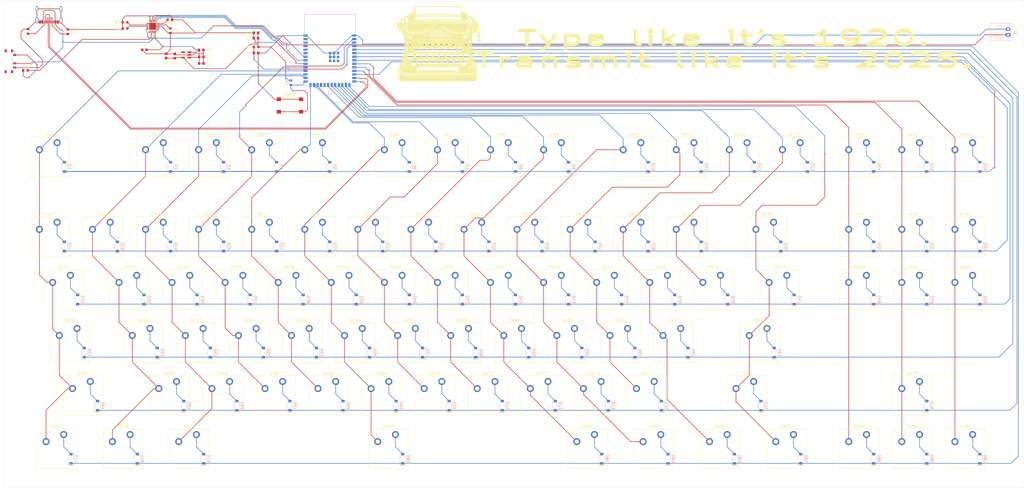
<source format=kicad_pcb>
(kicad_pcb (version 20241229) (generator "pcbnew") (generator_version "9.0")
  (layers (0 "F.Cu" signal) (2 "B.Cu" signal) (13 "F.Paste" user) (15 "B.Paste" user) (5 "F.SilkS" user "F.Silkscreen") (7 "B.SilkS" user "B.Silkscreen") (1 "F.Mask" user) (3 "B.Mask" user) (25 "Edge.Cuts" user))
  (property "BOARD_NAME" "Board Name")
  (property "COMPANY" "Company Name")
  (property "DESIGNER" "Designer Name")
  (property "DOC_TYPE" "Fabrication")
  (property "PROJECT_NAME" "Project Name")
  (property "RELEASE_DATE" "Release Date")
  (property "REVIEWER" "Reviewer Name")
  (property "REVISION" "Revision Number")
  (property "VARIANT" "Variant Name")
  (net 0 "")
  (net 1 "GND")
  (net 2 "Net-(U1-EN)")
  (net 3 "/Level 1 Schematic/LDO/VOUT")
  (net 4 "/Level 1 Schematic/LDO/system_load")
  (net 5 "Net-(D1-A)")
  (net 6 "/Level 1 Schematic/Keyboard Matrix/row_0")
  (net 7 "Net-(D2-A)")
  (net 8 "Net-(D3-A)")
  (net 9 "Net-(D4-A)")
  (net 10 "Net-(D5-A)")
  (net 11 "Net-(D6-A)")
  (net 12 "Net-(D7-A)")
  (net 13 "Net-(D8-A)")
  (net 14 "Net-(D9-A)")
  (net 15 "Net-(D10-A)")
  (net 16 "Net-(D11-A)")
  (net 17 "Net-(D12-A)")
  (net 18 "Net-(D13-A)")
  (net 19 "Net-(D14-A)")
  (net 20 "Net-(D15-A)")
  (net 21 "Net-(D16-A)")
  (net 22 "/Level 1 Schematic/Keyboard Matrix/row_1")
  (net 23 "Net-(D17-A)")
  (net 24 "Net-(D18-A)")
  (net 25 "Net-(D19-A)")
  (net 26 "Net-(D20-A)")
  (net 27 "Net-(D21-A)")
  (net 28 "Net-(D22-A)")
  (net 29 "Net-(D23-A)")
  (net 30 "Net-(D24-A)")
  (net 31 "Net-(D25-A)")
  (net 32 "Net-(D26-A)")
  (net 33 "Net-(D27-A)")
  (net 34 "Net-(D28-A)")
  (net 35 "Net-(D29-A)")
  (net 36 "Net-(D30-A)")
  (net 37 "Net-(D31-A)")
  (net 38 "Net-(D32-A)")
  (net 39 "Net-(D33-A)")
  (net 40 "Net-(D34-A)")
  (net 41 "/Level 1 Schematic/Keyboard Matrix/row_2")
  (net 42 "Net-(D35-A)")
  (net 43 "Net-(D36-A)")
  (net 44 "Net-(D37-A)")
  (net 45 "Net-(D38-A)")
  (net 46 "Net-(D39-A)")
  (net 47 "Net-(D40-A)")
  (net 48 "Net-(D41-A)")
  (net 49 "Net-(D42-A)")
  (net 50 "Net-(D43-A)")
  (net 51 "Net-(D44-A)")
  (net 52 "Net-(D45-A)")
  (net 53 "Net-(D46-A)")
  (net 54 "Net-(D47-A)")
  (net 55 "Net-(D48-A)")
  (net 56 "Net-(D49-A)")
  (net 57 "Net-(D50-A)")
  (net 58 "Net-(D51-A)")
  (net 59 "/Level 1 Schematic/Keyboard Matrix/row_3")
  (net 60 "Net-(D52-A)")
  (net 61 "Net-(D53-A)")
  (net 62 "Net-(D54-A)")
  (net 63 "Net-(D55-A)")
  (net 64 "Net-(D56-A)")
  (net 65 "Net-(D57-A)")
  (net 66 "Net-(D58-A)")
  (net 67 "Net-(D59-A)")
  (net 68 "Net-(D60-A)")
  (net 69 "Net-(D61-A)")
  (net 70 "Net-(D62-A)")
  (net 71 "Net-(D63-A)")
  (net 72 "/Level 1 Schematic/Keyboard Matrix/row_4")
  (net 73 "Net-(D64-A)")
  (net 74 "Net-(D65-A)")
  (net 75 "Net-(D66-A)")
  (net 76 "Net-(D67-A)")
  (net 77 "Net-(D68-A)")
  (net 78 "Net-(D69-A)")
  (net 79 "Net-(D70-A)")
  (net 80 "Net-(D71-A)")
  (net 81 "Net-(D72-A)")
  (net 82 "Net-(D73-A)")
  (net 83 "Net-(D74-A)")
  (net 84 "Net-(D75-A)")
  (net 85 "Net-(D76-A)")
  (net 86 "/Level 1 Schematic/Keyboard Matrix/row_5")
  (net 87 "Net-(D77-A)")
  (net 88 "Net-(D78-A)")
  (net 89 "Net-(D79-A)")
  (net 90 "Net-(D80-A)")
  (net 91 "Net-(D81-A)")
  (net 92 "Net-(D82-A)")
  (net 93 "Net-(D83-A)")
  (net 94 "Net-(D84-A)")
  (net 95 "Net-(D85-A)")
  (net 96 "Net-(D86-A)")
  (net 97 "Net-(D87-A)")
  (net 99 "/Level 1 Schematic/MCP73871/VBUS")
  (net 100 "Net-(J2-CC1)")
  (net 101 "/Level 1 Schematic/MCU/D-")
  (net 103 "/Level 1 Schematic/MCU/D+")
  (net 104 "Net-(J2-CC2)")
  (net 105 "Net-(U3-PROG1)")
  (net 106 "Net-(U3-PROG2)")
  (net 107 "Net-(U3-PROG3)")
  (net 108 "Net-(U3-THERM)")
  (net 109 "/Level 1 Schematic/Keyboard Matrix/col_0")
  (net 110 "/Level 1 Schematic/Keyboard Matrix/col_1")
  (net 111 "/Level 1 Schematic/Keyboard Matrix/col_2")
  (net 112 "/Level 1 Schematic/Keyboard Matrix/col_3")
  (net 113 "/Level 1 Schematic/Keyboard Matrix/col_4")
  (net 114 "/Level 1 Schematic/Keyboard Matrix/col_5")
  (net 115 "/Level 1 Schematic/Keyboard Matrix/col_6")
  (net 116 "/Level 1 Schematic/Keyboard Matrix/col_7")
  (net 117 "/Level 1 Schematic/Keyboard Matrix/col_8")
  (net 118 "/Level 1 Schematic/Keyboard Matrix/col_9")
  (net 119 "/Level 1 Schematic/Keyboard Matrix/col_10")
  (net 120 "/Level 1 Schematic/Keyboard Matrix/col_11")
  (net 121 "/Level 1 Schematic/Keyboard Matrix/col_12")
  (net 122 "/Level 1 Schematic/Keyboard Matrix/col_14")
  (net 123 "/Level 1 Schematic/Keyboard Matrix/col_15")
  (net 124 "/Level 1 Schematic/Keyboard Matrix/col_16")
  (net 125 "/Level 1 Schematic/Keyboard Matrix/col_13")
  (net 130 "/Level 1 Schematic/MCP73871/~{PG}")
  (net 132 "/Level 1 Schematic/MCP73871/STAT1{slash}~{LBO}")
  (net 133 "/Level 1 Schematic/MCP73871/STAT2")
  (net 137 "Net-(SW88-B)")
  (net 138 "Net-(R9-Pad1)")
  (net 139 "Net-(U3-CE)")
  (net 140 "/Level 1 Schematic/MCP73871/BAT_{POSITIVE}")
  (footprint "MountingHole:MountingHole_2.2mm_M2" (layer "F.Cu") (at 391.95 30.18)
    (property "Reference" "H4" (hide yes))
    (property "Value" "MountingHole" (hide yes))
  )
  (footprint "myLibrary:MX_PCB_1.00u" (layer "F.Cu") (at 283.035 131.205)
    (property "Reference" "SW46")
    (property "Value" "} ]")
  )
  (footprint "myLibrary:MX_PCB_1.00u" (layer "F.Cu") (at 140.16 83.58)
    (property "Reference" "SW5")
    (property "Value" "f4")
  )
  (footprint "myLibrary:MX_PCB_1.00u" (layer "F.Cu") (at 44.91 83.58)
    (property "Reference" "SW1")
    (property "Value" "esc")
  )
  (footprint "myLibrary:MX_PCB_1.00u" (layer "F.Cu") (at 335.4225 188.355)
    (property "Reference" "SW85")
    (property "Value" "leftarrow")
  )
  (footprint "myLibrary:MX_PCB_1.25u" (layer "F.Cu") (at 309.22875 188.355)
    (property "Reference" "SW84")
    (property "Value" "rctrl")
  )
  (footprint "myLibrary:MX_PCB_1.00u" (layer "F.Cu") (at 259.2225 169.305)
    (property "Reference" "SW74")
    (property "Value" "? /")
  )
  (footprint "myLibrary:MX_PCB_1.00u" (layer "F.Cu") (at 244.935 131.205)
    (property "Reference" "SW44")
    (property "Value" "P")
  )
  (footprint "myLibrary:MX_PCB_1.00u" (layer "F.Cu") (at 168.735 83.58)
    (property "Reference" "SW6")
    (property "Value" "f5")
  )
  (footprint "myLibrary:MX_PCB_1.00u" (layer "F.Cu") (at 268.7475 150.255)
    (property "Reference" "SW62")
    (property "Value" "\" '")
  )
  (footprint "myLibrary:MX_PCB_1.50u" (layer "F.Cu") (at 306.8475 131.205)
    (property "Reference" "SW47")
    (property "Value" "| \\")
  )
  (footprint "myLibrary:MX_PCB_1.00u" (layer "F.Cu") (at 102.06 83.58)
    (property "Reference" "SW3")
    (property "Value" "f2")
  )
  (footprint "myLibrary:MX_PCB_1.00u" (layer "F.Cu") (at 373.5225 131.205)
    (property "Reference" "SW50")
    (property "Value" "pgdn")
  )
  (footprint "myLibrary:MX_PCB_1.00u" (layer "F.Cu") (at 92.535 131.205)
    (property "Reference" "SW36")
    (property "Value" "w")
  )
  (footprint "myLibrary:MX_PCB_1.00u" (layer "F.Cu") (at 159.21 112.155)
    (property "Reference" "SW23")
    (property "Value" "^ 6")
  )
  (footprint "myLibrary:MX_PCB_1.00u" (layer "F.Cu") (at 144.9225 169.305)
    (property "Reference" "SW68")
    (property "Value" "v")
  )
  (footprint "myLibrary:MX_PCB_1.00u" (layer "F.Cu") (at 240.1725 169.305)
    (property "Reference" "SW73")
    (property "Value" "> .")
  )
  (footprint "myLibrary:MX_PCB_2.75u" (layer "F.Cu") (at 294.94125 169.305)
    (property "Reference" "SW75")
    (property "Value" "rshift")
  )
  (footprint "myLibrary:MX_PCB_1.00u" (layer "F.Cu") (at 178.26 112.155)
    (property "Reference" "SW24")
    (property "Value" "& 7")
  )
  (footprint "Package_DFN_QFN:QFN-20-1EP_4x4mm_P0.5mm_EP2.5x2.5mm" (layer "F.Cu") (at 81.75 36.75 180)
    (property "Reference" "U3")
    (property "Value" "MCP73871")
  )
  (footprint "myLibrary:MX_PCB_1.00u" (layer "F.Cu") (at 78.2475 150.255)
    (property "Reference" "SW52")
    (property "Value" "a")
  )
  (footprint "myLibrary:MX_PCB_1.00u" (layer "F.Cu") (at 311.61 83.58)
    (property "Reference" "SW13")
    (property "Value" "f12")
  )
  (footprint "myLibrary:MX_PCB_1.00u" (layer "F.Cu") (at 102.06 112.155)
    (property "Reference" "SW20")
    (property "Value" "# 3")
  )
  (footprint "Connector_USB:USB_C_Receptacle_GCT_USB4105-xx-A_16P_TopMnt_Horizontal" (layer "F.Cu") (at 44.5 31.5 180)
    (property "Reference" "J2" (hide yes))
    (property "Value" "USB_C_Receptacle_USB2.0_16P" (hide yes))
  )
  (footprint "myLibrary:MX_PCB_1.00u" (layer "F.Cu") (at 187.785 131.205)
    (property "Reference" "SW41")
    (property "Value" "u")
  )
  (footprint "myLibrary:MX_PCB_1.00u" (layer "F.Cu") (at 135.3975 150.255)
    (property "Reference" "SW55")
    (property "Value" "f")
  )
  (footprint "myLibrary:MX_PCB_1.25u" (layer "F.Cu") (at 47.29125 188.355)
    (property "Reference" "SW77")
    (property "Value" "lctrl")
  )
  (footprint "myLibrary:MX_PCB_1.00u" (layer "F.Cu") (at 183.0225 169.305)
    (property "Reference" "SW70")
    (property "Value" "n")
  )
  (footprint "myLibrary:MX_PCB_1.00u" (layer "F.Cu") (at 73.485 131.205)
    (property "Reference" "SW35")
    (property "Value" "q")
  )
  (footprint "myLibrary:MX_PCB_1.00u" (layer "F.Cu") (at 63.96 112.155)
    (property "Reference" "SW18")
    (property "Value" "! 1")
  )
  (footprint "Resistor_SMD:R_0603_1608Metric" (layer "F.Cu") (at 118.885 44.165 180)
    (property "Reference" "R2")
    (property "Value" "R_Small" (hide yes))
  )
  (footprint "Button_Switch_SMD:SW_SPST_PTS645" (layer "F.Cu") (at 131.03 65.16)
    (property "Reference" "SW88")
    (property "Value" "BOOT")
  )
  (footprint "myLibrary:MX_PCB_1.00u" (layer "F.Cu") (at 206.835 131.205)
    (property "Reference" "SW42")
    (property "Value" "I")
  )
  (footprint "myLibrary:MX_PCB_1.00u" (layer "F.Cu") (at 225.885 83.58)
    (property "Reference" "SW9")
    (property "Value" "f8")
  )
  (footprint "LOGO" (layer "F.Cu") (at 184.23 43.06)
    (property "Reference" "G***" (hide yes))
    (property "Value" "LOGO" (hide yes))
  )
  (footprint "myLibrary:MX_PCB_1.00u" (layer "F.Cu") (at 211.5975 150.255)
    (property "Reference" "SW59")
    (property "Value" "K")
  )
  (footprint "myLibrary:MX_PCB_1.00u" (layer "F.Cu") (at 192.5475 150.255)
    (property "Reference" "SW58")
    (property "Value" "j")
  )
  (footprint "myLibrary:MX_PCB_1.00u" (layer "F.Cu") (at 335.4225 83.58)
    (property "Reference" "SW14")
    (property "Value" "prtsc")
  )
  (footprint "myLibrary:MX_PCB_1.00u" (layer "F.Cu") (at 121.11 83.58)
    (property "Reference" "SW4")
    (property "Value" "f3")
  )
  (footprint "Capacitor_SMD:C_0603_1608Metric" (layer "F.Cu") (at 99.20375 47.68)
    (property "Reference" "C7")
    (property "Value" "1uF" (hide yes))
  )
  (footprint "myLibrary:MX_PCB_1.00u" (layer "F.Cu") (at 202.0725 169.305)
    (property "Reference" "SW71")
    (property "Value" "m")
  )
  (footprint "myLibrary:MX_PCB_1.00u" (layer "F.Cu") (at 44.91 112.155)
    (property "Reference" "SW17")
    (property "Value" "~ `")
  )
  (footprint "Resistor_SMD:R_0603_1608Metric" (layer "F.Cu") (at 37.02 38.56 -90)
    (property "Reference" "R4")
    (property "Value" "5.1K" (hide yes))
  )
  (footprint "myLibrary:MX_PCB_1.00u" (layer "F.Cu") (at 254.46 83.58)
    (property "Reference" "SW10")
    (property "Value" "f9")
  )
  (footprint "myLibrary:MX_PCB_1.00u" (layer "F.Cu") (at 216.36 112.155)
    (property "Reference" "SW26")
    (property "Value" "( 9")
  )
  (footprint "myLibrary:MX_PCB_1.00u" (layer "F.Cu") (at 221.1225 169.305)
    (property "Reference" "SW72")
    (property "Value" "< ,")
  )
  (footprint "myLibrary:MX_PCB_1.00u" (layer "F.Cu") (at 173.4975 150.255)
    (property "Reference" "SW57")
    (property "Value" "h")
  )
  (footprint "Resistor_SMD:R_0603_1608Metric" (layer "F.Cu") (at 71.8175 35.27)
    (property "Reference" "R7")
    (property "Value" "R_Small" (hide yes))
  )
  (footprint "myLibrary:MX_PCB_1.00u" (layer "F.Cu") (at 206.835 83.58)
    (property "Reference" "SW8")
    (property "Value" "f7")
  )
  (footprint "myLibrary:MX_PCB_1.00u" (layer "F.Cu") (at 130.635 131.205)
    (property "Reference" "SW38")
    (property "Value" "r")
  )
  (footprint "myLibrary:MX_PCB_1.00u" (layer "F.Cu") (at 335.4225 112.155)
    (property "Reference" "SW31")
    (property "Value" "insert")
  )
  (footprint "myLibrary:MX_PCB_1.00u" (layer "F.Cu") (at 354.4725 83.58)
    (property "Reference" "SW15")
    (property "Value" "scroll lock")
  )
  (footprint "myLibrary:MX_PCB_1.25u" (layer "F.Cu") (at 71.10375 188.355)
    (property "Reference" "SW78")
    (property "Value" "lwin")
  )
  (footprint "Package_TO_SOT_SMD:SOT-23-5" (layer "F.Cu") (at 93.78875 47 180)
    (property "Reference" "U2")
    (property "Value" "AP2112K-3.3")
  )
  (footprint "myLibrary:MX_PCB_1.00u" (layer "F.Cu") (at 140.16 112.155)
    (property "Reference" "SW22")
    (property "Value" "% 5")
  )
  (footprint "myLibrary:MX_PCB_2.25u" (layer "F.Cu") (at 299.70375 150.255)
    (property "Reference" "SW63")
    (property "Value" "enter")
  )
  (footprint "MountingHole:MountingHole_2.2mm_M2" (layer "F.Cu") (at 30.9 199.8)
    (property "Reference" "H2" (hide yes))
    (property "Value" "MountingHole" (hide yes))
  )
  (footprint "Capacitor_SMD:C_0603_1608Metric" (layer "F.Cu") (at 118.82 39.055 180)
    (property "Reference" "C3")
    (property "Value" "0.1uF" (hide yes))
  )
  (footprint "myLibrary:MX_PCB_1.00u" (layer "F.Cu") (at 149.685 131.205)
    (property "Reference" "SW39")
    (property "Value" "t")
  )
  (footprint "Resistor_SMD:R_0603_1608Metric" (layer "F.Cu") (at 71.8425 37.525)
    (property "Reference" "R5")
    (property "Value" "R_Small" (hide yes))
  )
  (footprint "Capacitor_SMD:C_0603_1608Metric" (layer "F.Cu") (at 99.15375 45.23)
    (property "Reference" "C5")
    (property "Value" "1uF" (hide yes))
  )
  (footprint "myLibrary:MX_PCB_1.00u" (layer "F.Cu") (at 168.735 131.205)
    (property "Reference" "SW40")
    (property "Value" "y")
  )
  (footprint "myLibrary:MX_PCB_1.00u" (layer "F.Cu") (at 111.585 131.205)
    (property "Reference" "SW37")
    (property "Value" "e")
  )
  (footprint "myLibrary:MX_PCB_1.00u" (layer "F.Cu") (at 116.3475 150.255)
    (property "Reference" "SW54")
    (property "Value" "d")
  )
  (footprint "myLibrary:MX_PCB_1.00u" (layer "F.Cu") (at 197.31 112.155)
    (property "Reference" "SW25")
    (property "Value" "* 8")
  )
  (footprint "Resistor_SMD:R_0603_1608Metric" (layer "F.Cu") (at 88.09 38.325 90)
    (property "Reference" "R6")
    (property "Value" "R_Small" (hide yes))
  )
  (footprint "myLibrary:MX_PCB_1.00u" (layer "F.Cu") (at 373.5225 112.155)
    (property "Reference" "SW33")
    (property "Value" "pgup")
  )
  (footprint "myLibrary:MX_PCB_1.00u" (layer "F.Cu") (at 106.8225 169.305)
    (property "Reference" "SW66")
    (property "Value" "x")
  )
  (footprint "myLibrary:MX_PCB_1.00u" (layer "F.Cu") (at 187.785 83.58)
    (property "Reference" "SW7")
    (property "Value" "f6")
  )
  (footprint "myLibrary:MX_PCB_1.00u" (layer "F.Cu") (at 373.5225 83.58)
    (property "Reference" "SW16")
    (property "Value" "pause break")
  )
  (footprint "Resistor_SMD:R_0603_1608Metric" (layer "F.Cu") (at 36.08 52.56)
    (property "Reference" "R9")
    (property "Value" "10K" (hide yes))
  )
  (footprint "myLibrary:MX_PCB_1.25u" (layer "F.Cu") (at 94.91625 188.355)
    (property "Reference" "SW79")
    (property "Value" "lalt")
  )
  (footprint "Resistor_SMD:R_0603_1608Metric" (layer "F.Cu") (at 87.915 34.39 180)
    (property "Reference" "R8")
    (property "Value" "R_Small" (hide yes))
  )
  (footprint "Capacitor_SMD:C_0603_1608Metric" (layer "F.Cu") (at 86.57875 47.38 90)
    (property "Reference" "C4")
    (property "Value" "1uF" (hide yes))
  )
  (footprint "myLibrary:MX_PCB_1.25u" (layer "F.Cu") (at 237.79125 188.355)
    (property "Reference" "SW81")
    (property "Value" "ralt")
  )
  (footprint "MountingHole:MountingHole_2.2mm_M2" (layer "F.Cu") (at 30.86 30.17)
    (property "Reference" "H1" (hide yes))
    (property "Value" "MountingHole" (hide yes))
  )
  (footprint "myLibrary:MX_PCB_1.00u" (layer "F.Cu") (at 87.7725 169.305)
    (property "Reference" "SW65")
    (property "Value" "z")
  )
  (footprint "myLibrary:MX_PCB_2.25u" (layer "F.Cu") (at 56.81625 169.305)
    (property "Reference" "SW64")
    (property "Value" "lshift")
  )
  (footprint "myLibrary:MX_PCB_1.25u" (layer "F.Cu") (at 285.41625 188.355)
    (property "Reference" "SW83")
    (property "Value" "Menu")
  )
  (footprint "myLibrary:MX_PCB_1.00u" (layer "F.Cu") (at 249.6975 150.255)
    (property "Reference" "SW61")
    (property "Value" ": ;")
  )
  (footprint "myLibrary:MX_PCB_1.00u" (layer "F.Cu") (at 225.885 131.205)
    (property "Reference" "SW43")
    (property "Value" "O")
  )
  (footprint "myLibrary:MX_PCB_1.00u" (layer "F.Cu") (at 254.46 112.155)
    (property "Reference" "SW28")
    (property "Value" "- _")
  )
  (footprint "myLibrary:MX_PCB_1.00u" (layer "F.Cu") (at 121.11 112.155)
    (property "Reference" "SW21")
    (property "Value" "$ 4")
  )
  (footprint "myLibrary:MX_PCB_1.00u" (layer "F.Cu") (at 235.41 112.155)
    (property "Reference" "SW27")
    (property "Value" ") 0")
  )
  (footprint "Capacitor_SMD:C_0603_1608Metric" (layer "F.Cu") (at 99.20375 50.07 180)
    (property "Reference" "C6")
    (property "Value" "1uF" (hide yes))
  )
  (footprint "myLibrary:MX_PCB_1.00u" (layer "F.Cu") (at 97.2975 150.255)
    (property "Reference" "SW53")
    (property "Value" "s")
  )
  (footprint "myLibrary:MX_PCB_1.00u" (layer "F.Cu") (at 373.5225 188.355)
    (property "Reference" "SW87")
    (property "Value" "rightarrow")
  )
  (footprint "Resistor_SMD:R_0603_1608Metric" (layer "F.Cu") (at 51.27 38.68 -90)
    (property "Reference" "R3")
    (property "Value" "5.1K" (hide yes))
  )
  (footprint "Capacitor_SMD:C_0603_1608Metric" (layer "F.Cu") (at 118.87 46.295)
    (property "Reference" "C1")
    (property "Value" "C_Small" (hide yes))
  )
  (footprint "Capacitor_SMD:C_0603_1608Metric" (layer "F.Cu") (at 89.70375 47.405 90)
    (property "Reference" "C8")
    (property "Value" "1uF" (hide yes))
  )
  (footprint "myLibrary:MX_PCB_1.00u" (layer "F.Cu") (at 354.4725 131.205)
    (property "Reference" "SW49")
    (property "Value" "end")
  )
  (footprint "myLibrary:450404015514" (layer "F.Cu") (at 30.15 49.28 90)
    (property "Reference" "S1")
    (property "Value" "450404015514" (hide yes))
  )
  (footprint "myLibrary:MX_PCB_1.00u" (layer "F.Cu") (at 335.4225 131.205)
    (property "Reference" "SW48")
    (property "Value" "delete")
  )
  (footprint "MountingHole:MountingHole_2.2mm_M2" (layer "F.Cu") (at 391.91 199.81)
    (property "Reference" "H3" (hide yes))
    (property "Value" "MountingHole" (hide yes))
  )
  (footprint "Capacitor_SMD:C_0603_1608Metric" (layer "F.Cu") (at 78.785 45.16)
    (property "Reference" "C9")
    (property "Value" "C_Small" (hide yes))
  )
  (footprint "myLibrary:MX_PCB_1.00u" (layer "F.Cu") (at 273.51 83.58)
    (property "Reference" "SW11")
    (property "Value" "f10")
  )
  (footprint "myLibrary:MX_PCB_1.50u" (layer "F.Cu") (at 49.6725 131.205)
    (property "Reference" "SW34")
    (property "Value" "tab")
  )
  (footprint "myLibrary:MX_PCB_1.00u" (layer "F.Cu") (at 230.6475 150.255)
    (property "Reference" "SW60")
    (property "Value" "L")
  )
  (footprint "myLibrary:MX_PCB_1.00u" (layer "F.Cu") (at 83.01 83.58)
    (property "Reference" "SW2")
    (property "Value" "f1")
  )
  (footprint "myLibrary:MX_PCB_1.00u" (layer "F.Cu") (at 83.01 112.155)
    (property "Reference" "SW19")
    (property "Value" "@ 2")
  )
  (footprint "myLibrary:MX_PCB_1.00u" (layer "F.Cu") (at 354.4725 169.305)
    (property "Reference" "SW76")
    (property "Value" "uparrow")
  )
  (footprint "myLibrary:MX_PCB_6.25u" (layer "F.Cu") (at 166.35375 188.355)
    (property "Reference" "SW80")
    (property "Value" "spacebar")
  )
  (footprint "myLibrary:MX_PCB_1.00u" (layer "F.Cu") (at 354.4725 188.355)
    (property "Reference" "SW86")
    (property "Value" "downarrow")
  )
  (footprint "myLibrary:MX_PCB_1.00u" (layer "F.Cu") (at 163.9725 169.305)
    (property "Reference" "SW69")
    (property "Value" "b")
  )
  (footprint "myLibrary:MX_PCB_1.00u" (layer "F.Cu") (at 125.8725 169.305)
    (property "Reference" "SW67")
    (property "Value" "c")
  )
  (footprint "Capacitor_SMD:C_0603_1608Metric" (layer "F.Cu") (at 118.8 41.005 180)
    (property "Reference" "C2")
    (property "Value" "0.1uF" (hide yes))
  )
  (footprint "myLibrary:MX_PCB_2.00u" (layer "F.Cu") (at 302.085 112.155)
    (property "Reference" "SW30")
    (property "Value" "backspace")
  )
  (footprint "myLibrary:MX_PCB_1.00u" (layer "F.Cu") (at 273.51 112.155)
    (property "Reference" "SW29")
    (property "Value" "+ =")
  )
  (footprint "myLibrary:MX_PCB_1.00u" (layer "F.Cu") (at 354.4725 112.155)
    (property "Reference" "SW32")
    (property "Value" "home")
  )
  (footprint "myLibrary:MX_PCB_1.00u" (layer "F.Cu") (at 52.05375 150.255)
    (property "Reference" "SW51")
    (property "Value" "caps lock")
  )
  (footprint "myLibrary:MX_PCB_1.25u" (layer "F.Cu") (at 261.60375 188.355)
    (property "Reference" "SW82")
    (property "Value" "Win")
  )
  (footprint "myLibrary:MX_PCB_1.00u" (layer "F.Cu") (at 154.4475 150.255)
    (property "Reference" "SW56")
    (property "Value" "g")
  )
  (footprint "myLibrary:MX_PCB_1.00u" (layer "F.Cu") (at 263.985 131.205)
    (property "Reference" "SW45")
    (property "Value" "{ [")
  )
  (footprint "myLibrary:MX_PCB_1.00u" (layer "F.Cu") (at 292.56 83.58)
    (property "Reference" "SW12")
    (property "Value" "f11")
  )
  (footprint "Diode_SMD:D_SOD-123" (layer "B.Cu") (at 126.25875 115.76 90)
    (property "Reference" "D21")
    (property "Value" "D")
  )
  (footprint "myLibrary:ESP32-S3-WROOM-1_EXP" (layer "B.Cu") (at 145.375 45.295 180)
    (property "Reference" "U1")
    (property "Value" "ESP32-S3-WROOM-1-N16R8")
  )
  (footprint "Diode_SMD:D_SOD-123" (layer "B.Cu") (at 300.09 172.91 90)
    (property "Reference" "D75")
    (property "Value" "D")
  )
  (footprint "Diode_SMD:D_SOD-123" (layer "B.Cu") (at 240.55875 115.76 90)
    (property "Reference" "D27")
    (property "Value" "D")
  )
  (footprint "Diode_SMD:D_SOD-123" (layer "B.Cu") (at 107.20875 115.76 90)
    (property "Reference" "D20")
    (property "Value" "D")
  )
  (footprint "Diode_SMD:D_SOD-123" (layer "B.Cu") (at 340.57125 191.96 90)
    (property "Reference" "D85")
    (property "Value" "D")
  )
  (footprint "Diode_SMD:D_SOD-123" (layer "B.Cu") (at 297.70875 87.185 90)
    (property "Reference" "D12")
    (property "Value" "D")
  )
  (footprint "Diode_SMD:D_SOD-123" (layer "B.Cu") (at 269.13375 134.81 90)
    (property "Reference" "D45")
    (property "Value" "D")
  )
  (footprint "Diode_SMD:D_SOD-123" (layer "B.Cu") (at 340.57125 134.81 90)
    (property "Reference" "D48")
    (property "Value" "D")
  )
  (footprint "Diode_SMD:D_SOD-123" (layer "B.Cu") (at 290.565 191.96 90)
    (property "Reference" "D83")
    (property "Value" "D")
  )
  (footprint "Resistor_SMD:R_0603_1608Metric" (layer "B.Cu") (at 131.325 57 -90)
    (property "Reference" "R1")
    (property "Value" "R_Small" (hide yes))
  )
  (footprint "Diode_SMD:D_SOD-123" (layer "B.Cu") (at 116.73375 134.81 90)
    (property "Reference" "D37")
    (property "Value" "D")
  )
  (footprint "Diode_SMD:D_SOD-123" (layer "B.Cu") (at 311.99625 134.81 90)
    (property "Reference" "D47")
    (property "Value" "D")
  )
  (footprint "Diode_SMD:D_SOD-123" (layer "B.Cu") (at 173.88375 87.185 90)
    (property "Reference" "D6")
    (property "Value" "D")
  )
  (footprint "Diode_SMD:D_SOD-123" (layer "B.Cu") (at 359.62125 134.81 90)
    (property "Reference" "D49")
    (property "Value" "D")
  )
  (footprint "Diode_SMD:D_SOD-123" (layer "B.Cu") (at 83.39625 153.86 90)
    (property "Reference" "D52")
    (property "Value" "D")
  )
  (footprint "Diode_SMD:D_SOD-123" (layer "B.Cu") (at 304.8525 153.86 90)
    (property "Reference" "D63")
    (property "Value" "D")
  )
  (footprint "Diode_SMD:D_SOD-123" (layer "B.Cu") (at 226.27125 172.91 90)
    (property "Reference" "D72")
    (property "Value" "D")
  )
  (footprint "Diode_SMD:D_SOD-123" (layer "B.Cu") (at 216.74625 153.86 90)
    (property "Reference" "D59")
    (property "Value" "D")
  )
  (footprint "Diode_SMD:D_SOD-123" (layer "B.Cu") (at 164.35875 115.76 90)
    (property "Reference" "D23")
    (property "Value" "D")
  )
  (footprint "Diode_SMD:D_SOD-123" (layer "B.Cu") (at 273.89625 153.86 90)
    (property "Reference" "D62")
    (property "Value" "D")
  )
  (footprint "Diode_SMD:D_SOD-123" (layer "B.Cu") (at 211.98375 134.81 90)
    (property "Reference" "D42")
    (property "Value" "D")
  )
  (footprint "Diode_SMD:D_SOD-123" (layer "B.Cu") (at 278.65875 87.185 90)
    (property "Reference" "D11")
    (property "Value" "D")
  )
  (footprint "Diode_SMD:D_SOD-123" (layer "B.Cu") (at 359.62125 87.185 90)
    (property "Reference" "D15")
    (property "Value" "D")
  )
  (footprint "Diode_SMD:D_SOD-123" (layer "B.Cu") (at 254.84625 153.86 90)
    (property "Reference" "D61")
    (property "Value" "D")
  )
  (footprint "Diode_SMD:D_SOD-123" (layer "B.Cu") (at 145.30875 115.76 90)
    (property "Reference" "D22")
    (property "Value" "D")
  )
  (footprint "Diode_SMD:D_SOD-123" (layer "B.Cu") (at 278.65875 115.76 90)
    (property "Reference" "D29")
    (property "Value" "D")
  )
  (footprint "Diode_SMD:D_SOD-123" (layer "B.Cu") (at 183.40875 115.76 90)
    (property "Reference" "D24")
    (property "Value" "D")
  )
  (footprint "Diode_SMD:D_SOD-123" (layer "B.Cu") (at 88.15875 115.76 90)
    (property "Reference" "D19")
    (property "Value" "D")
  )
  (footprint "Diode_SMD:D_SOD-123" (layer "B.Cu") (at 231.03375 134.81 90)
    (property "Reference" "D43")
    (property "Value" "D")
  )
  (footprint "Diode_SMD:D_SOD-123" (layer "B.Cu") (at 131.02125 172.91 90)
    (property "Reference" "D67")
    (property "Value" "D")
  )
  (footprint "Diode_SMD:D_SOD-123" (layer "B.Cu") (at 207.22125 172.91 90)
    (property "Reference" "D71")
    (property "Value" "D")
  )
  (footprint "Diode_SMD:D_SOD-123" (layer "B.Cu") (at 307.23375 115.76 90)
    (property "Reference" "D30")
    (property "Value" "D")
  )
  (footprint "Connector_JST:JST_PH_S2B-PH-K_1x02_P2.00mm_Horizontal" (layer "B.Cu") (at 388.81 39.76 90)
    (property "Reference" "J3")
    (property "Value" "Lipo Cell")
  )
  (footprint "Diode_SMD:D_SOD-123" (layer "B.Cu") (at 107.20875 87.185 90)
    (property "Reference" "D3")
    (property "Value" "D")
  )
  (footprint "Diode_SMD:D_SOD-123" (layer "B.Cu") (at 259.60875 87.185 90)
    (property "Reference" "D10")
    (property "Value" "D")
  )
  (footprint "Diode_SMD:D_SOD-123" (layer "B.Cu") (at 288.18375 134.81 90)
    (property "Reference" "D46")
    (property "Value" "D")
  )
  (footprint "Diode_SMD:D_SOD-123" (layer "B.Cu") (at 188.17125 172.91 90)
    (property "Reference" "D70")
    (property "Value" "D")
  )
  (footprint "Diode_SMD:D_SOD-123" (layer "B.Cu") (at 50.05875 87.185 90)
    (property "Reference" "D1")
    (property "Value" "D")
  )
  (footprint "Diode_SMD:D_SOD-123" (layer "B.Cu") (at 121.49625 153.86 90)
    (property "Reference" "D54")
    (property "Value" "D")
  )
  (footprint "Diode_SMD:D_SOD-123" (layer "B.Cu") (at 340.57125 87.185 90)
    (property "Reference" "D14")
    (property "Value" "D")
  )
  (footprint "Diode_SMD:D_SOD-123" (layer "B.Cu") (at 178.64625 153.86 90)
    (property "Reference" "D57")
    (property "Value" "D")
  )
  (footprint "Diode_SMD:D_SOD-123" (layer "B.Cu") (at 145.30875 87.185 90)
    (property "Reference" "D5")
    (property "Value" "D")
  )
  (footprint "Diode_SMD:D_SOD-123" (layer "B.Cu") (at 69.10875 115.76 90)
    (property "Reference" "D18")
    (property "Value" "D")
  )
  (footprint "Diode_SMD:D_SOD-123" (layer "B.Cu") (at 242.94 191.96 90)
    (property "Reference" "D81")
    (property "Value" "D")
  )
  (footprint "Diode_SMD:D_SOD-123" (layer "B.Cu") (at 316.75875 87.185 90)
    (property "Reference" "D13")
    (property "Value" "D")
  )
  (footprint "Diode_SMD:D_SOD-123" (layer "B.Cu") (at 378.67125 87.185 90)
    (property "Reference" "D16")
    (property "Value" "D")
  )
  (footprint "Diode_SMD:D_SOD-123" (layer "B.Cu") (at 231.03375 87.185 90)
    (property "Reference" "D9")
    (property "Value" "D")
  )
  (footprint "Diode_SMD:D_SOD-123" (layer "B.Cu") (at 126.25875 87.185 90)
    (property "Reference" "D4")
    (property "Value" "D")
  )
  (footprint "Diode_SMD:D_SOD-123" (layer "B.Cu") (at 140.54625 153.86 90)
    (property "Reference" "D55")
    (property "Value" "D")
  )
  (footprint "Diode_SMD:D_SOD-123" (layer "B.Cu") (at 202.45875 115.76 90)
    (property "Reference" "D25")
    (property "Value" "D")
  )
  (footprint "Diode_SMD:D_SOD-123" (layer "B.Cu") (at 245.32125 172.91 90)
    (property "Reference" "D73")
    (property "Value" "D")
  )
  (footprint "Diode_SMD:D_SOD-123" (layer "B.Cu") (at 171.5025 191.96 90)
    (property "Reference" "D80")
    (property "Value" "D")
  )
  (footprint "Diode_SMD:D_SOD-123" (layer "B.Cu") (at 211.98375 87.185 90)
    (property "Reference" "D8")
    (property "Value" "D")
  )
  (footprint "Diode_SMD:D_SOD-123" (layer "B.Cu") (at 197.69625 153.86 90)
    (property "Reference" "D58")
    (property "Value" "D")
  )
  (footprint "Diode_SMD:D_SOD-123" (layer "B.Cu") (at 359.62125 172.91 90)
    (property "Reference" "D76")
    (property "Value" "D")
  )
  (footprint "Diode_SMD:D_SOD-123" (layer "B.Cu") (at 111.97125 172.91 90)
    (property "Reference" "D66")
    (property "Value" "D")
  )
  (footprint "Diode_SMD:D_SOD-123" (layer "B.Cu") (at 78.63375 134.81 90)
    (property "Reference" "D35")
    (property "Value" "D")
  )
  (footprint "Diode_SMD:D_SOD-123" (layer "B.Cu") (at 159.59625 153.86 90)
    (property "Reference" "D56")
    (property "Value" "D")
  )
  (footprint "Diode_SMD:D_SOD-123" (layer "B.Cu") (at 97.68375 134.81 90)
    (property "Reference" "D36")
    (property "Value" "D")
  )
  (footprint "Diode_SMD:D_SOD-123" (layer "B.Cu") (at 259.60875 115.76 90)
    (property "Reference" "D28")
    (property "Value" "D")
  )
  (footprint "Diode_SMD:D_SOD-123" (layer "B.Cu") (at 264.37125 172.91 90)
    (property "Reference" "D74")
    (property "Value" "D")
  )
  (footprint "Diode_SMD:D_SOD-123" (layer "B.Cu") (at 154.83375 134.81 90)
    (property "Reference" "D39")
    (property "Value" "D")
  )
  (footprint "Diode_SMD:D_SOD-123" (layer "B.Cu") (at 192.93375 87.185 90)
    (property "Reference" "D7")
    (property "Value" "D")
  )
  (footprint "Diode_SMD:D_SOD-123" (layer "B.Cu") (at 150.07125 172.91 90)
    (property "Reference" "D68")
    (property "Value" "D")
  )
  (footprint "Diode_SMD:D_SOD-123" (layer "B.Cu") (at 76.2525 191.96 90)
    (property "Reference" "D78")
    (property "Value" "D")
  )
  (footprint "Diode_SMD:D_SOD-123" (layer "B.Cu") (at 250.08375 134.81 90)
    (property "Reference" "D44")
    (property "Value" "D")
  )
  (footprint "Diode_SMD:D_SOD-123" (layer "B.Cu") (at 378.67125 134.81 90)
    (property "Reference" "D50")
    (property "Value" "D")
  )
  (footprint "Diode_SMD:D_SOD-123" (layer "B.Cu") (at 192.93375 134.81 90)
    (property "Reference" "D41")
    (property "Value" "D")
  )
  (footprint "Diode_SMD:D_SOD-123" (layer "B.Cu") (at 173.88375 134.81 90)
    (property "Reference" "D40")
    (property "Value" "D")
  )
  (footprint "Diode_SMD:D_SOD-123" (layer "B.Cu") (at 169.12125 172.91 90)
    (property "Reference" "D69")
    (property "Value" "D")
  )
  (footprint "Diode_SMD:D_SOD-123" (layer "B.Cu") (at 235.79625 153.86 90)
    (property "Reference" "D60")
    (property "Value" "D")
  )
  (footprint "Diode_SMD:D_SOD-123" (layer "B.Cu") (at 135.78375 134.81 90)
    (property "Reference" "D38")
    (property "Value" "D")
  )
  (footprint "Diode_SMD:D_SOD-123" (layer "B.Cu") (at 378.67125 115.76 90)
    (property "Reference" "D33")
    (property "Value" "D")
  )
  (footprint "Diode_SMD:D_SOD-123" (layer "B.Cu") (at 54.82125 134.81 90)
    (property "Reference" "D34")
    (property "Value" "D")
  )
  (footprint "Diode_SMD:D_SOD-123" (layer "B.Cu") (at 57.2025 153.86 90)
    (property "Reference" "D51")
    (property "Value" "D")
  )
  (footprint "Diode_SMD:D_SOD-123" (layer "B.Cu") (at 340.57125 115.76 90)
    (property "Reference" "D31")
    (property "Value" "D")
  )
  (footprint "Diode_SMD:D_SOD-123" (layer "B.Cu") (at 359.62125 115.76 90)
    (property "Reference" "D32")
    (property "Value" "D")
  )
  (footprint "Diode_SMD:D_SOD-123" (layer "B.Cu") (at 266.7525 191.96 90)
    (property "Reference" "D82")
    (property "Value" "D")
  )
  (footprint "Diode_SMD:D_SOD-123" (layer "B.Cu") (at 52.44 191.96 90)
    (property "Reference" "D77")
    (property "Value" "D")
  )
  (footprint "Diode_SMD:D_SOD-123" (layer "B.Cu") (at 359.62125 191.96 90)
    (property "Reference" "D86")
    (property "Value" "D")
  )
  (footprint "Diode_SMD:D_SOD-123" (layer "B.Cu") (at 100.065 191.96 90)
    (property "Reference" "D79")
    (property "Value" "D")
  )
  (footprint "Diode_SMD:D_SOD-123" (layer "B.Cu") (at 102.44625 153.86 90)
    (property "Reference" "D53")
    (property "Value" "D")
  )
  (footprint "Diode_SMD:D_SOD-123" (layer "B.Cu") (at 61.965 172.91 90)
    (property "Reference" "D64")
    (property "Value" "D")
  )
  (footprint "Diode_SMD:D_SOD-123" (layer "B.Cu") (at 92.92125 172.91 90)
    (property "Reference" "D65")
    (property "Value" "D")
  )
  (footprint "Diode_SMD:D_SOD-123" (layer "B.Cu") (at 88.15875 87.185 90)
    (property "Reference" "D2")
    (property "Value" "D")
  )
  (footprint "Diode_SMD:D_SOD-123" (layer "B.Cu") (at 50.05875 115.76 90)
    (property "Reference" "D17")
    (property "Value" "D")
  )
  (footprint "Diode_SMD:D_SOD-123" (layer "B.Cu") (at 314.3775 191.96 90)
    (property "Reference" "D84")
    (property "Value" "D")
  )
  (footprint "Diode_SMD:D_SOD-123" (layer "B.Cu") (at 221.50875 115.76 90)
    (property "Reference" "D26")
    (property "Value" "D")
  )
  (footprint "Diode_SMD:D_SOD-123" (layer "B.Cu") (at 378.67125 191.96 90)
    (property "Reference" "D87")
    (property "Value" "D")
  )
  (gr_rect (start 28.28 27.62) (end 394.5 202.38) (stroke (width 0.05)) (fill no) (layer "Edge.Cuts"))
  (gr_text "Type like it's 1920.\nTransmit like it's 2025.\n\n" (at 286.59 49.03 0) (layer "F.SilkS") (effects (font (size 5 10) (thickness 1.25) (bold yes))))
  (segment (start 32.465 51.57) (end 41.03 51.57) (width 0.2) (layer "F.Cu") (net 1))
  (segment (start 84.95 36.75) (end 87.35 39.15) (width 0.2) (layer "F.Cu") (net 1))
  (segment (start 71.0175 37.525) (end 70.6875 37.855) (width 0.2) (layer "F.Cu") (net 1))
  (segment (start 118.5 42.5) (end 118.5 41.48) (width 0.2) (layer "F.Cu") (net 1))
  (segment (start 92.39 34.39) (end 97 39) (width 0.2) (layer "F.Cu") (net 1))
  (segment (start 80.75 33.26) (end 81.01 33) (width 0.2) (layer "F.Cu") (net 1))
  (segment (start 99.91875 46.49) (end 99.92875 46.48) (width 0.2) (layer "F.Cu") (net 1))
  (segment (start 81.01 33) (end 81.98 33) (width 0.2) (layer "F.Cu") (net 1))
  (segment (start 90.07375 47) (end 89.70375 46.63) (width 0.2) (layer "F.Cu") (net 1))
  (segment (start 37.02 37.735) (end 35.445 37.735) (width 0.2) (layer "F.Cu") (net 1))
  (segment (start 81.98 33) (end 88.2 33) (width 0.2) (layer "F.Cu") (net 1))
  (segment (start 81.25 36.25) (end 81.75 36.75) (width 0.2) (layer "F.Cu") (net 1))
  (segment (start 118.5 41.48) (end 118.025 41.005) (width 0.2) (layer "F.Cu") (net 1))
  (segment (start 122.205 46.295) (end 119.645 46.295) (width 0.2) (layer "F.Cu") (net 1))
  (segment (start 88.09 45.0675) (end 88.09 39.15) (width 0.2) (layer "F.Cu") (net 1))
  (segment (start 99.92875 45.23) (end 99.92875 46.48) (width 0.2) (layer "F.Cu") (net 1))
  (segment (start 124.44 61.9) (end 125.45 62.91) (width 0.2) (layer "F.Cu") (net 1))
  (segment (start 119.645 57.145) (end 119.645 46.295) (width 0.2) (layer "F.Cu") (net 1))
  (segment (start 83.6875 37.25) (end 83.6875 36.75) (width 0.2) (layer "F.Cu") (net 1))
  (segment (start 80.75 34.8125) (end 81.25 34.8125) (width 0.2) (layer "F.Cu") (net 1))
  (segment (start 86.60375 46.63) (end 86.57875 46.605) (width 0.2) (layer "F.Cu") (net 1))
  (segment (start 118.045 40.985) (end 118.025 41.005) (width 0.2) (layer "F.Cu") (net 1))
  (segment (start 48.82 34.63) (end 48.665 34.63) (width 0.2) (layer "F.Cu") (net 1))
  (segment (start 97.055 39.055) (end 118.045 39.055) (width 0.2) (layer "F.Cu") (net 1))
  (segment (start 89.70375 46.63) (end 86.60375 46.63) (width 0.2) (layer "F.Cu") (net 1))
  (segment (start 40.18 30.45) (end 40.18 34.63) (width 0.2) (layer "F.Cu") (net 1))
  (segment (start 125.45 62.91) (end 127.05 62.91) (width 0.2) (layer "F.Cu") (net 1))
  (segment (start 41.03 51.57) (end 42.16 50.44) (width 0.2) (layer "F.Cu") (net 1))
  (segment (start 99.92875 50.02) (end 99.97875 50.07) (width 0.2) (layer "F.Cu") (net 1))
  (segment (start 35.445 37.735) (end 34.735 38.445) (width 0.2) (layer "F.Cu") (net 1))
  (segment (start 94.92625 47) (end 96.28 47) (width 0.2) (layer "F.Cu") (net 1))
  (segment (start 87.35 39.15) (end 88.09 39.15) (width 0.2) (layer "F.Cu") (net 1))
  (segment (start 70.9925 34.0075) (end 72 33) (width 0.2) (layer "F.Cu") (net 1))
  (segment (start 42.16 48.68) (end 35.27 41.79) (width 0.2) (layer "F.Cu") (net 1))
  (segment (start 88.74 34.39) (end 92.39 34.39) (width 0.2) (layer "F.Cu") (net 1))
  (segment (start 70.9925 35.27) (end 70.9925 37.5) (width 0.2) (layer "F.Cu") (net 1))
  (segment (start 48.82 35.405) (end 51.27 37.855) (width 0.2) (layer "F.Cu") (net 1))
  (segment (start 88.09 39.15) (end 96.85 39.15) (width 0.2) (layer "F.Cu") (net 1))
  (segment (start 83.6875 36.75) (end 81.75 36.75) (width 0.2) (layer "F.Cu") (net 1))
  (segment (start 86.57875 46.605) (end 79.455 46.605) (width 0.2) (layer "F.Cu") (net 1))
  (segment (start 120 57.5) (end 119.645 57.145) (width 0.2) (layer "F.Cu") (net 1))
  (segment (start 127.05 62.91) (end 135.01 62.91) (width 0.2) (layer "F.Cu") (net 1))
  (segment (start 86.57875 46.57875) (end 88.09 45.0675) (width 0.2) (layer "F.Cu") (net 1))
  (segment (start 99.32 46.49) (end 99.91875 46.49) (width 0.2) (layer "F.Cu") (net 1))
  (segment (start 48.82 34.63) (end 48.82 35.405) (width 0.2) (layer "F.Cu") (net 1))
  (segment (start 34.49 41.01) (end 34.49 38.69) (width 0.2) (layer "F.Cu") (net 1))
  (segment (start 88.2 33) (end 88.74 33.54) (width 0.2) (layer "F.Cu") (net 1))
  (segment (start 81.25 34.8125) (end 81.25 36.25) (width 0.2) (layer "F.Cu") (net 1))
  (segment (start 94.92625 47) (end 90.07375 47) (width 0.2) (layer "F.Cu") (net 1))
  (segment (start 81.75 36.75) (end 81.25 37.25) (width 0.2) (layer "F.Cu") (net 1))
  (segment (start 99.92875 46.48) (end 99.92875 50.02) (width 0.2) (layer "F.Cu") (net 1))
  (segment (start 88.74 33.54) (end 88.74 34.39) (width 0.2) (layer "F.Cu") (net 1))
  (segment (start 70.6875 37.855) (end 51.27 37.855) (width 0.2) (layer "F.Cu") (net 1))
  (segment (start 122.5 46) (end 122.205 46.295) (width 0.2) (layer "F.Cu") (net 1))
  (segment (start 79.455 46.605) (end 78.01 45.16) (width 0.2) (layer "F.Cu") (net 1))
  (segment (start 40.125 34.63) (end 40.18 34.63) (width 0.2) (layer "F.Cu") (net 1))
  (segment (start 86.57875 46.605) (end 86.57875 46.57875) (width 0.2) (layer "F.Cu") (net 1))
  (segment (start 40.18 30.45) (end 48.82 30.45) (width 0.2) (layer "F.Cu") (net 1))
  (segment (start 72 33) (end 81.01 33) (width 0.2) (layer "F.Cu") (net 1))
  (segment (start 80.75 35.75) (end 81.75 36.75) (width 0.2) (layer "F.Cu") (net 1))
  (segment (start 41.25 35.545) (end 41.095 35.545) (width 0.2) (layer "F.Cu") (net 1))
  (segment (start 79.8125 35.75) (end 80.75 35.75) (width 0.2) (layer "F.Cu") (net 1))
  (segment (start 42.16 50.44) (end 42.16 48.68) (width 0.2) (layer "F.Cu") (net 1))
  (segment (start 35.27 41.79) (end 34.49 41.01) (width 0.2) (layer "F.Cu") (net 1))
  (segment (start 48.665 34.63) (end 47.75 35.545) (width 0.2) (layer "F.Cu") (net 1))
  (segment (start 70.9925 37.5) (end 71.0175 37.525) (width 0.2) (layer "F.Cu") (net 1))
  (segment (start 96.85 39.15) (end 97 39) (width 0.2) (layer "F.Cu") (net 1))
  (segment (start 83.6875 36.75) (end 84.95 36.75) (width 0.2) (layer "F.Cu") (net 1))
  (segment (start 97 39) (end 97.055 39.055) (width 0.2) (layer "F.Cu") (net 1))
  (segment (start 34.49 38.69) (end 34.735 38.445) (width 0.2) (layer "F.Cu") (net 1))
  (segment (start 96.28 47) (end 96.62 46.66) (width 0.2) (layer "F.Cu") (net 1))
  (segment (start 118.045 39.055) (end 118.045 40.985) (width 0.2) (layer "F.Cu") (net 1))
  (segment (start 48.82 30.45) (end 48.82 34.63) (width 0.2) (layer "F.Cu") (net 1))
  (segment (start 80.75 34.8125) (end 80.75 33.26) (width 0.2) (layer "F.Cu") (net 1))
  (segment (start 70.9925 35.27) (end 70.9925 34.0075) (width 0.2) (layer "F.Cu") (net 1))
  (segment (start 37.02 37.735) (end 40.125 34.63) (width 0.2) (layer "F.Cu") (net 1))
  (segment (start 41.095 35.545) (end 40.18 34.63) (width 0.2) (layer "F.Cu") (net 1))
  (via (at 120 57.5) (size 0.55) (drill 0.3) (layers "F.Cu" "B.Cu") (net 1))
  (via (at 96.62 46.66) (size 0.6) (drill 0.35) (layers "F.Cu" "B.Cu") (net 1))
  (via (at 122.5 46) (size 0.6) (drill 0.35) (layers "F.Cu" "B.Cu") (net 1))
  (via (at 124.44 61.9) (size 0.6) (drill 0.35) (layers "F.Cu" "B.Cu") (net 1))
  (via (at 99.32 46.49) (size 0.6) (drill 0.35) (layers "F.Cu" "B.Cu") (net 1))
  (via (at 118.5 42.5) (size 0.6) (drill 0.35) (layers "F.Cu" "B.Cu") (net 1))
  (segment (start 146.875 46.355) (end 146.875 47.755) (width 0.2) (layer "B.Cu") (net 1))
  (segment (start 143.355 46.355) (end 145.475 46.355) (width 0.2) (layer "B.Cu") (net 1))
  (segment (start 380.93 37.76) (end 388.81 37.76) (width 0.2) (layer "B.Cu") (net 1))
  (segment (start 301.355 39.885) (end 298.18 43.06) (width 0.2) (layer "B.Cu") (net 1))
  (segment (start 298.18 43.06) (end 157.15 43.06) (width 0.2) (layer "B.Cu") (net 1))
  (segment (start 128.465 40.035) (end 126 42.5) (width 0.2) (layer "B.Cu") (net 1))
  (segment (start 157.15 41.8) (end 155.385 40.035) (width 0.2) (layer "B.Cu") (net 1))
  (segment (start 146.875 46.355) (end 145.475 46.355) (width 0.2) (layer "B.Cu") (net 1))
  (segment (start 145.475 47.755) (end 145.475 46.355) (width 0.2) (layer "B.Cu") (net 1))
  (segment (start 136.625 40.035) (end 137.035 40.035) (width 0.2) (layer "B.Cu") (net 1))
  (segment (start 126 42.5) (end 122.5 46) (width 0.2) (layer "B.Cu") (net 1))
  (segment (start 146.875 47.755) (end 145.475 47.755) (width 0.2) (layer "B.Cu") (net 1))
  (segment (start 124.44 61.9) (end 124.4 61.9) (width 0.2) (layer "B.Cu") (net 1))
  (segment (start 96.79 46.49) (end 99.32 46.49) (width 0.2) (layer "B.Cu") (net 1))
  (segment (start 378.71 39.885) (end 378.805 39.885) (width 0.2) (layer "B.Cu") (net 1))
  (segment (start 137.035 40.035) (end 143.355 46.355) (width 0.2) (layer "B.Cu") (net 1))
  (segment (start 378.805 39.885) (end 380.93 37.76) (width 0.2) (layer "B.Cu") (net 1))
  (segment (start 96.62 46.66) (end 96.79 46.49) (width 0.2) (layer "B.Cu") (net 1))
  (segment (start 124.4 61.9) (end 120 57.5) (width 0.2) (layer "B.Cu") (net 1))
  (segment (start 153.195 40.035) (end 154.125 40.035) (width 0.2) (layer "B.Cu") (net 1))
  (segment (start 136.625 40.035) (end 128.465 40.035) (width 0.2) (layer "B.Cu") (net 1))
  (segment (start 155.385 40.035) (end 154.125 40.035) (width 0.2) (layer "B.Cu") (net 1))
  (segment (start 157.15 43.06) (end 157.15 41.8) (width 0.2) (layer "B.Cu") (net 1))
  (segment (start 126 42.5) (end 118.5 42.5) (width 0.2) (layer "B.Cu") (net 1))
  (segment (start 146.875 46.355) (end 153.195 40.035) (width 0.2) (layer "B.Cu") (net 1))
  (segment (start 378.71 39.885) (end 301.355 39.885) (width 0.2) (layer "B.Cu") (net 1))
  (segment (start 145.475 46.355) (end 145.475 49.155) (width 0.2) (layer "B.Cu") (net 1))
  (segment (start 149.865 52.135) (end 130.5 52.135) (width 0.2) (layer "F.Cu") (net 2))
  (segment (start 118.06 46.26) (end 118.095 46.295) (width 0.2) (layer "F.Cu") (net 2))
  (segment (start 151.5 50.5) (end 149.865 52.135) (width 0.2) (layer "F.Cu") (net 2))
  (segment (start 118.095 48.405) (end 118.095 46.295) (width 0.2) (layer "F.Cu") (net 2))
  (segment (start 118.06 44.165) (end 118.06 46.26) (width 0.2) (layer "F.Cu") (net 2))
  (via (at 130.5 52.135) (size 0.6) (drill 0.35) (layers "F.Cu" "B.Cu") (net 2))
  (via (at 151.5 50.5) (size 0.6) (drill 0.35) (layers "F.Cu" "B.Cu") (net 2))
  (via (at 118.095 48.405) (size 0.6) (drill 0.35) (layers "F.Cu" "B.Cu") (net 2))
  (segment (start 151.5 44.7623) (end 151.5 50.5) (width 0.2) (layer "B.Cu") (net 2))
  (segment (start 118.095 48.405) (end 118.095 48.595) (width 0.2) (layer "B.Cu") (net 2))
  (segment (start 121.635 52.135) (end 130.5 52.135) (width 0.2) (layer "B.Cu") (net 2))
  (segment (start 118.095 48.595) (end 121.635 52.135) (width 0.2) (layer "B.Cu") (net 2))
  (segment (start 154.125 42.575) (end 153.6873 42.575) (width 0.2) (layer "B.Cu") (net 2))
  (segment (start 153.6873 42.575) (end 151.5 44.7623) (width 0.2) (layer "B.Cu") (net 2))
  (segment (start 119.595 39.055) (end 119.595 42.76) (width 0.2) (layer "F.Cu") (net 3))
  (segment (start 96.63125 51.93) (end 107.95 51.93) (width 0.2) (layer "F.Cu") (net 3))
  (segment (start 119.595 42.76) (end 119.595 44.05) (width 0.2) (layer "F.Cu") (net 3))
  (segment (start 129.5 49.5) (end 124.165 44.165) (width 0.2) (layer "F.Cu") (net 3))
  (segment (start 107.95 51.93) (end 116.75 43.13) (width 0.2) (layer "F.Cu") (net 3))
  (segment (start 92.65125 47.95) (end 96.63125 51.93) (width 0.2) (layer "F.Cu") (net 3))
  (segment (start 89.70375 48.18) (end 86.60375 48.18) (width 0.2) (layer "F.Cu") (net 3))
  (segment (start 129.5 54) (end 129.5 55.5) (width 0.2) (layer "F.Cu") (net 3))
  (segment (start 86.60375 48.18) (end 86.57875 48.155) (width 0.2) (layer "F.Cu") (net 3))
  (segment (start 119.225 43.13) (end 119.595 42.76) (width 0.2) (layer "F.Cu") (net 3))
  (segment (start 149.5 51) (end 150.5 50) (width 0.2) (layer "F.Cu") (net 3))
  (segment (start 129.5 51) (end 149.5 51) (width 0.2) (layer "F.Cu") (net 3))
  (segment (start 129.5 51) (end 129.5 49.5) (width 0.2) (layer "F.Cu") (net 3))
  (segment (start 92.65125 47.95) (end 89.93375 47.95) (width 0.2) (layer "F.Cu") (net 3))
  (segment (start 119.595 44.05) (end 119.71 44.165) (width 0.2) (layer "F.Cu") (net 3))
  (segment (start 124.165 44.165) (end 119.71 44.165) (width 0.2) (layer "F.Cu") (net 3))
  (segment (start 129.5 54) (end 129.5 51) (width 0.2) (layer "F.Cu") (net 3))
  (segment (start 116.75 43.13) (end 119.225 43.13) (width 0.2) (layer "F.Cu") (net 3))
  (segment (start 89.93375 47.95) (end 89.70375 48.18) (width 0.2) (layer "F.Cu") (net 3))
  (via (at 129.5 55.5) (size 0.55) (drill 0.3) (layers "F.Cu" "B.Cu") (net 3))
  (via (at 150.5 50) (size 0.6) (drill 0.35) (layers "F.Cu" "B.Cu") (net 3))
  (segment (start 130 55.5) (end 130.675 56.175) (width 0.2) (layer "B.Cu") (net 3))
  (segment (start 129.5 55.5) (end 130 55.5) (width 0.2) (layer "B.Cu") (net 3))
  (segment (start 150.5 50) (end 150.5 44.4423) (width 0.2) (layer "B.Cu") (net 3))
  (segment (start 153.6373 41.305) (end 154.125 41.305) (width 0.2) (layer "B.Cu") (net 3))
  (segment (start 130.675 56.175) (end 131.325 56.175) (width 0.2) (layer "B.Cu") (net 3))
  (segment (start 150.5 44.4423) (end 153.6373 41.305) (width 0.2) (layer "B.Cu") (net 3))
  (segment (start 98.42875 50.07) (end 98.42875 45.28) (width 0.2) (layer "F.Cu") (net 4))
  (segment (start 79.56 45.16) (end 84.34 45.16) (width 0.2) (layer "F.Cu") (net 4))
  (segment (start 82.75 38.6875) (end 83.6875 37.75) (width 0.2) (layer "F.Cu") (net 4))
  (segment (start 97.55875 46.05) (end 98.37875 45.23) (width 0.2) (layer "F.Cu") (net 4))
  (segment (start 82.75 38.6875) (end 82.75 41.25) (width 0.2) (layer "F.Cu") (net 4))
  (segment (start 98.42875 45.28) (end 98.37875 45.23) (width 0.2) (layer "F.Cu") (net 4))
  (segment (start 96.5 44.5) (end 97.23 45.23) (width 0.2) (layer "F.Cu") (net 4))
  (segment (start 98.15875 47.95) (end 98.42875 47.68) (width 0.2) (layer "F.Cu") (net 4))
  (segment (start 94.92625 46.05) (end 97.55875 46.05) (width 0.2) (layer "F.Cu") (net 4))
  (segment (start 97.23 45.23) (end 98.37875 45.23) (width 0.2) (layer "F.Cu") (net 4))
  (segment (start 82.75 41.25) (end 85.5 44) (width 0.2) (layer "F.Cu") (net 4))
  (segment (start 94.92625 47.95) (end 98.15875 47.95) (width 0.2) (layer "F.Cu") (net 4))
  (segment (start 84.34 45.16) (end 85.5 44) (width 0.2) (layer "F.Cu") (net 4))
  (via (at 85.5 44) (size 0.55) (drill 0.3) (layers "F.Cu" "B.Cu") (net 4))
  (via (at 96.5 44.5) (size 0.55) (drill 0.3) (layers "F.Cu" "B.Cu") (net 4))
  (segment (start 85.5 44) (end 96 44) (width 0.2) (layer "B.Cu") (net 4))
  (segment (start 96 44) (end 96.5 44.5) (width 0.2) (layer "B.Cu") (net 4))
  (segment (start 47.45 82.92625) (end 47.45 78.5) (width 0.2) (layer "B.Cu") (net 5))
  (segment (start 50.05875 85.535) (end 47.45 82.92625) (width 0.2) (layer "B.Cu") (net 5))
  (segment (start 384 60) (end 384 87.5) (width 0.2) (layer "F.Cu") (net 6))
  (via (at 384 60) (size 0.55) (drill 0.3) (layers "F.Cu" "B.Cu") (net 6))
  (via (at 384 87.5) (size 0.55) (drill 0.3) (layers "F.Cu" "B.Cu") (net 6))
  (segment (start 384 87.5) (end 383.5 87.5) (width 0.2) (layer "B.Cu") (net 6))
  (segment (start 378.67125 88.835) (end 50.05875 88.835) (width 0.2) (layer "B.Cu") (net 6))
  (segment (start 145.30875 88.835) (end 50.05875 88.835) (width 0.2) (layer "B.Cu") (net 6))
  (segment (start 382.165 88.835) (end 378.67125 88.835) (width 0.2) (layer "B.Cu") (net 6))
  (segment (start 383.5 87.5) (end 382.165 88.835) (width 0.2) (layer "B.Cu") (net 6))
  (segment (start 372.925 48.925) (end 384 60) (width 0.2) (layer "B.Cu") (net 6))
  (segment (start 154.125 48.925) (end 372.925 48.925) (width 0.2) (layer "B.Cu") (net 6))
  (segment (start 85.55 82.92625) (end 85.55 78.5) (width 0.2) (layer "B.Cu") (net 7))
  (segment (start 88.15875 85.535) (end 85.55 82.92625) (width 0.2) (layer "B.Cu") (net 7))
  (segment (start 107.20875 85.535) (end 104.6 82.92625) (width 0.2) (layer "B.Cu") (net 8))
  (segment (start 104.6 82.92625) (end 104.6 78.5) (width 0.2) (layer "B.Cu") (net 8))
  (segment (start 123.65 82.92625) (end 123.65 78.5) (width 0.2) (layer "B.Cu") (net 9))
  (segment (start 126.25875 85.535) (end 123.65 82.92625) (width 0.2) (layer "B.Cu") (net 9))
  (segment (start 145.30875 85.535) (end 142.7 82.92625) (width 0.2) (layer "B.Cu") (net 10))
  (segment (start 142.7 82.92625) (end 142.7 78.5) (width 0.2) (layer "B.Cu") (net 10))
  (segment (start 171.275 82.92625) (end 171.275 78.5) (width 0.2) (layer "B.Cu") (net 11))
  (segment (start 173.88375 85.535) (end 171.275 82.92625) (width 0.2) (layer "B.Cu") (net 11))
  (segment (start 190.325 82.92625) (end 190.325 78.5) (width 0.2) (layer "B.Cu") (net 12))
  (segment (start 192.93375 85.535) (end 190.325 82.92625) (width 0.2) (layer "B.Cu") (net 12))
  (segment (start 211.98375 85.535) (end 209.375 82.92625) (width 0.2) (layer "B.Cu") (net 13))
  (segment (start 209.375 82.92625) (end 209.375 78.5) (width 0.2) (layer "B.Cu") (net 13))
  (segment (start 231.03375 85.535) (end 228.425 82.92625) (width 0.2) (layer "B.Cu") (net 14))
  (segment (start 228.425 82.92625) (end 228.425 78.5) (width 0.2) (layer "B.Cu") (net 14))
  (segment (start 259.60875 85.535) (end 257 82.92625) (width 0.2) (layer "B.Cu") (net 15))
  (segment (start 257 82.92625) (end 257 78.5) (width 0.2) (layer "B.Cu") (net 15))
  (segment (start 278.65875 85.535) (end 276.05 82.92625) (width 0.2) (layer "B.Cu") (net 16))
  (segment (start 276.05 82.92625) (end 276.05 78.5) (width 0.2) (layer "B.Cu") (net 16))
  (segment (start 297.70875 85.535) (end 295.1 82.92625) (width 0.2) (layer "B.Cu") (net 17))
  (segment (start 295.1 82.92625) (end 295.1 78.5) (width 0.2) (layer "B.Cu") (net 17))
  (segment (start 316.75875 85.535) (end 314.15 82.92625) (width 0.2) (layer "B.Cu") (net 18))
  (segment (start 314.15 82.92625) (end 314.15 78.5) (width 0.2) (layer "B.Cu") (net 18))
  (segment (start 340.57125 85.535) (end 337.9625 82.92625) (width 0.2) (layer "B.Cu") (net 19))
  (segment (start 337.9625 82.92625) (end 337.9625 78.5) (width 0.2) (layer "B.Cu") (net 19))
  (segment (start 357.0125 82.92625) (end 357.0125 78.5) (width 0.2) (layer "B.Cu") (net 20))
  (segment (start 359.62125 85.535) (end 357.0125 82.92625) (width 0.2) (layer "B.Cu") (net 20))
  (segment (start 376.0625 82.92625) (end 376.0625 78.5) (width 0.2) (layer "B.Cu") (net 21))
  (segment (start 378.67125 85.535) (end 376.0625 82.92625) (width 0.2) (layer "B.Cu") (net 21))
  (segment (start 50.05875 117.41) (end 378.67125 117.41) (width 0.2) (layer "B.Cu") (net 22))
  (segment (start 167.5 49.5) (end 163 54) (width 0.2) (layer "B.Cu") (net 22))
  (segment (start 158.005 54.005) (end 158.01 54) (width 0.2) (layer "B.Cu") (net 22))
  (segment (start 388.5 113.5) (end 388.5 66) (width 0.2) (layer "B.Cu") (net 22))
  (segment (start 388.5 66) (end 372 49.5) (width 0.2) (layer "B.Cu") (net 22))
  (segment (start 384.59 117.41) (end 388.5 113.5) (width 0.2) (layer "B.Cu") (net 22))
  (segment (start 378.67125 117.41) (end 384.59 117.41) (width 0.2) (layer "B.Cu") (net 22))
  (segment (start 158.01 54) (end 163 54) (width 0.2) (layer "B.Cu") (net 22))
  (segment (start 158.005 54.005) (end 154.125 54.005) (width 0.2) (layer "B.Cu") (net 22))
  (segment (start 372 49.5) (end 167.5 49.5) (width 0.2) (layer "B.Cu") (net 22))
  (segment (start 47.45 111.50125) (end 47.45 107.075) (width 0.2) (layer "B.Cu") (net 23))
  (segment (start 50.05875 114.11) (end 47.45 111.50125) (width 0.2) (layer "B.Cu") (net 23))
  (segment (start 69.10875 114.11) (end 66.5 111.50125) (width 0.2) (layer "B.Cu") (net 24))
  (segment (start 66.5 111.50125) (end 66.5 107.075) (width 0.2) (layer "B.Cu") (net 24))
  (segment (start 88.15875 114.11) (end 85.55 111.50125) (width 0.2) (layer "B.Cu") (net 25))
  (segment (start 85.55 111.50125) (end 85.55 107.075) (width 0.2) (layer "B.Cu") (net 25))
  (segment (start 104.6 111.50125) (end 104.6 107.075) (width 0.2) (layer "B.Cu") (net 26))
  (segment (start 107.20875 114.11) (end 104.6 111.50125) (width 0.2) (layer "B.Cu") (net 26))
  (segment (start 123.65 111.50125) (end 123.65 107.075) (width 0.2) (layer "B.Cu") (net 27))
  (segment (start 126.25875 114.11) (end 123.65 111.50125) (width 0.2) (layer "B.Cu") (net 27))
  (segment (start 142.7 111.50125) (end 142.7 107.075) (width 0.2) (layer "B.Cu") (net 28))
  (segment (start 145.30875 114.11) (end 142.7 111.50125) (width 0.2) (layer "B.Cu") (net 28))
  (segment (start 164.35875 114.11) (end 161.75 111.50125) (width 0.2) (layer "B.Cu") (net 29))
  (segment (start 161.75 111.50125) (end 161.75 107.075) (width 0.2) (layer "B.Cu") (net 29))
  (segment (start 183.40875 114.11) (end 180.8 111.50125) (width 0.2) (layer "B.Cu") (net 30))
  (segment (start 180.8 111.50125) (end 180.8 107.075) (width 0.2) (layer "B.Cu") (net 30))
  (segment (start 202.45875 114.11) (end 199.85 111.50125) (width 0.2) (layer "B.Cu") (net 31))
  (segment (start 199.85 111.50125) (end 199.85 107.075) (width 0.2) (layer "B.Cu") (net 31))
  (segment (start 218.9 111.50125) (end 218.9 107.075) (width 0.2) (layer "B.Cu") (net 32))
  (segment (start 221.50875 114.11) (end 218.9 111.50125) (width 0.2) (layer "B.Cu") (net 32))
  (segment (start 237.95 111.50125) (end 237.95 107.075) (width 0.2) (layer "B.Cu") (net 33))
  (segment (start 240.55875 114.11) (end 237.95 111.50125) (width 0.2) (layer "B.Cu") (net 33))
  (segment (start 257 111.50125) (end 257 107.075) (width 0.2) (layer "B.Cu") (net 34))
  (segment (start 259.60875 114.11) (end 257 111.50125) (width 0.2) (layer "B.Cu") (net 34))
  (segment (start 276.05 111.50125) (end 276.05 107.075) (width 0.2) (layer "B.Cu") (net 35))
  (segment (start 278.65875 114.11) (end 276.05 111.50125) (width 0.2) (layer "B.Cu") (net 35))
  (segment (start 304.625 111.50125) (end 304.625 107.075) (width 0.2) (layer "B.Cu") (net 36))
  (segment (start 307.23375 114.11) (end 304.625 111.50125) (width 0.2) (layer "B.Cu") (net 36))
  (segment (start 340.57125 114.11) (end 337.9625 111.50125) (width 0.2) (layer "B.Cu") (net 37))
  (segment (start 337.9625 111.50125) (end 337.9625 107.075) (width 0.2) (layer "B.Cu") (net 37))
  (segment (start 359.62125 114.11) (end 357.0125 111.50125) (width 0.2) (layer "B.Cu") (net 38))
  (segment (start 357.0125 111.50125) (end 357.0125 107.075) (width 0.2) (layer "B.Cu") (net 38))
  (segment (start 376.0625 111.50125) (end 376.0625 107.075) (width 0.2) (layer "B.Cu") (net 39))
  (segment (start 378.67125 114.11) (end 376.0625 111.50125) (width 0.2) (layer "B.Cu") (net 39))
  (segment (start 52.2125 130.55125) (end 52.2125 126.125) (width 0.2) (layer "B.Cu") (net 40))
  (segment (start 54.82125 133.16) (end 52.2125 130.55125) (width 0.2) (layer "B.Cu") (net 40))
  (segment (start 372.655 47.655) (end 154.125 47.655) (width 0.2) (layer "B.Cu") (net 41))
  (segment (start 378.67125 136.46) (end 387.54 136.46) (width 0.2) (layer "B.Cu") (net 41))
  (segment (start 54.82125 136.46) (end 378.67125 136.46) (width 0.2) (layer "B.Cu") (net 41))
  (segment (start 389.5 134.5) (end 389.5 64.5) (width 0.2) (layer "B.Cu") (net 41))
  (segment (start 387.54 136.46) (end 389.5 134.5) (width 0.2) (layer "B.Cu") (net 41))
  (segment (start 389.5 64.5) (end 372.655 47.655) (width 0.2) (layer "B.Cu") (net 41))
  (segment (start 78.63375 133.16) (end 76.025 130.55125) (width 0.2) (layer "B.Cu") (net 42))
  (segment (start 76.025 130.55125) (end 76.025 126.125) (width 0.2) (layer "B.Cu") (net 42))
  (segment (start 95.075 130.55125) (end 95.075 126.125) (width 0.2) (layer "B.Cu") (net 43))
  (segment (start 97.68375 133.16) (end 95.075 130.55125) (width 0.2) (layer "B.Cu") (net 43))
  (segment (start 114.125 130.55125) (end 114.125 126.125) (width 0.2) (layer "B.Cu") (net 44))
  (segment (start 116.73375 133.16) (end 114.125 130.55125) (width 0.2) (layer "B.Cu") (net 44))
  (segment (start 135.78375 133.16) (end 133.175 130.55125) (width 0.2) (layer "B.Cu") (net 45))
  (segment (start 133.175 130.55125) (end 133.175 126.125) (width 0.2) (layer "B.Cu") (net 45))
  (segment (start 154.83375 133.16) (end 152.225 130.55125) (width 0.2) (layer "B.Cu") (net 46))
  (segment (start 152.225 130.55125) (end 152.225 126.125) (width 0.2) (layer "B.Cu") (net 46))
  (segment (start 173.88375 133.16) (end 171.275 130.55125) (width 0.2) (layer "B.Cu") (net 47))
  (segment (start 171.275 130.55125) (end 171.275 126.125) (width 0.2) (layer "B.Cu") (net 47))
  (segment (start 190.325 130.55125) (end 190.325 126.125) (width 0.2) (layer "B.Cu") (net 48))
  (segment (start 192.93375 133.16) (end 190.325 130.55125) (width 0.2) (layer "B.Cu") (net 48))
  (segment (start 209.375 130.55125) (end 209.375 126.125) (width 0.2) (layer "B.Cu") (net 49))
  (segment (start 211.98375 133.16) (end 209.375 130.55125) (width 0.2) (layer "B.Cu") (net 49))
  (segment (start 228.425 130.55125) (end 228.425 126.125) (width 0.2) (layer "B.Cu") (net 50))
  (segment (start 231.03375 133.16) (end 228.425 130.55125) (width 0.2) (layer "B.Cu") (net 50))
  (segment (start 247.475 130.55125) (end 247.475 126.125) (width 0.2) (layer "B.Cu") (net 51))
  (segment (start 250.08375 133.16) (end 247.475 130.55125) (width 0.2) (layer "B.Cu") (net 51))
  (segment (start 269.13375 133.16) (end 266.525 130.55125) (width 0.2) (layer "B.Cu") (net 52))
  (segment (start 266.525 130.55125) (end 266.525 126.125) (width 0.2) (layer "B.Cu") (net 52))
  (segment (start 288.18375 133.16) (end 285.575 130.55125) (width 0.2) (layer "B.Cu") (net 53))
  (segment (start 285.575 130.55125) (end 285.575 126.125) (width 0.2) (layer "B.Cu") (net 53))
  (segment (start 311.99625 133.16) (end 309.3875 130.55125) (width 0.2) (layer "B.Cu") (net 54))
  (segment (start 309.3875 130.55125) (end 309.3875 126.125) (width 0.2) (layer "B.Cu") (net 54))
  (segment (start 337.9625 130.55125) (end 337.9625 126.125) (width 0.2) (layer "B.Cu") (net 55))
  (segment (start 340.57125 133.16) (end 337.9625 130.55125) (width 0.2) (layer "B.Cu") (net 55))
  (segment (start 357.0125 130.55125) (end 357.0125 126.125) (width 0.2) (layer "B.Cu") (net 56))
  (segment (start 359.62125 133.16) (end 357.0125 130.55125) (width 0.2) (layer "B.Cu") (net 56))
  (segment (start 376.0625 130.55125) (end 376.0625 126.125) (width 0.2) (layer "B.Cu") (net 57))
  (segment (start 378.67125 133.16) (end 376.0625 130.55125) (width 0.2) (layer "B.Cu") (net 57))
  (segment (start 54.59375 149.60125) (end 54.59375 145.175) (width 0.2) (layer "B.Cu") (net 58))
  (segment (start 57.2025 152.21) (end 54.59375 149.60125) (width 0.2) (layer "B.Cu") (net 58))
  (segment (start 385.49 155.51) (end 304.8525 155.51) (width 0.2) (layer "B.Cu") (net 59))
  (segment (start 390.5 150.5) (end 385.49 155.51) (width 0.2) (layer "B.Cu") (net 59))
  (segment (start 374.385 46.385) (end 390.5 62.5) (width 0.2) (layer "B.Cu") (net 59))
  (segment (start 390.5 62.5) (end 390.5 150.5) (width 0.2) (layer "B.Cu") (net 59))
  (segment (start 304.8525 155.51) (end 57.2025 155.51) (width 0.2) (layer "B.Cu") (net 59))
  (segment (start 154.125 46.385) (end 374.385 46.385) (width 0.2) (layer "B.Cu") (net 59))
  (segment (start 80.7875 149.60125) (end 80.7875 145.175) (width 0.2) (layer "B.Cu") (net 60))
  (segment (start 83.39625 152.21) (end 80.7875 149.60125) (width 0.2) (layer "B.Cu") (net 60))
  (segment (start 102.44625 152.21) (end 99.8375 149.60125) (width 0.2) (layer "B.Cu") (net 61))
  (segment (start 99.8375 149.60125) (end 99.8375 145.175) (width 0.2) (layer "B.Cu") (net 61))
  (segment (start 121.49625 152.21) (end 118.8875 149.60125) (width 0.2) (layer "B.Cu") (net 62))
  (segment (start 118.8875 149.60125) (end 118.8875 145.175) (width 0.2) (layer "B.Cu") (net 62))
  (segment (start 140.54625 152.21) (end 137.9375 149.60125) (width 0.2) (layer "B.Cu") (net 63))
  (segment (start 137.9375 149.60125) (end 137.9375 145.175) (width 0.2) (layer "B.Cu") (net 63))
  (segment (start 156.9875 149.60125) (end 156.9875 145.175) (width 0.2) (layer "B.Cu") (net 64))
  (segment (start 159.59625 152.21) (end 156.9875 149.60125) (width 0.2) (layer "B.Cu") (net 64))
  (segment (start 178.64625 152.21) (end 176.0375 149.60125) (width 0.2) (layer "B.Cu") (net 65))
  (segment (start 176.0375 149.60125) (end 176.0375 145.175) (width 0.2) (layer "B.Cu") (net 65))
  (segment (start 195.0875 149.60125) (end 195.0875 145.175) (width 0.2) (layer "B.Cu") (net 66))
  (segment (start 197.69625 152.21) (end 195.0875 149.60125) (width 0.2) (layer "B.Cu") (net 66))
  (segment (start 214.1375 149.60125) (end 214.1375 145.175) (width 0.2) (layer "B.Cu") (net 67))
  (segment (start 216.74625 152.21) (end 214.1375 149.60125) (width 0.2) (layer "B.Cu") (net 67))
  (segment (start 233.1875 149.60125) (end 233.1875 145.175) (width 0.2) (layer "B.Cu") (net 68))
  (segment (start 235.79625 152.21) (end 233.1875 149.60125) (width 0.2) (layer "B.Cu") (net 68))
  (segment (start 254.84625 152.21) (end 252.2375 149.60125) (width 0.2) (layer "B.Cu") (net 69))
  (segment (start 252.2375 149.60125) (end 252.2375 145.175) (width 0.2) (layer "B.Cu") (net 69))
  (segment (start 273.89625 152.21) (end 271.2875 149.60125) (width 0.2) (layer "B.Cu") (net 70))
  (segment (start 271.2875 149.60125) (end 271.2875 145.175) (width 0.2) (layer "B.Cu") (net 70))
  (segment (start 304.8525 152.21) (end 302.24375 149.60125) (width 0.2) (layer "B.Cu") (net 71))
  (segment (start 302.24375 149.60125) (end 302.24375 145.175) (width 0.2) (layer "B.Cu") (net 71))
  (segment (start 359.62125 174.56) (end 389.44 174.56) (width 0.2) (layer "B.Cu") (net 72))
  (segment (start 392 172) (end 392 62) (width 0.2) (layer "B.Cu") (net 72))
  (segment (start 359.62125 174.56) (end 61.965 174.56) (width 0.2) (layer "B.Cu") (net 72))
  (segment (start 392 62) (end 375.115 45.115) (width 0.2) (layer "B.Cu") (net 72))
  (segment (start 300.09 174.56) (end 61.965 174.56) (width 0.2) (layer "B.Cu") (net 72))
  (segment (start 375.115 45.115) (end 154.125 45.115) (width 0.2) (layer "B.Cu") (net 72))
  (segment (start 389.44 174.56) (end 392 172) (width 0.2) (layer "B.Cu") (net 72))
  (segment (start 61.965 171.26) (end 59.35625 168.65125) (width 0.2) (layer "B.Cu") (net 73))
  (segment (start 59.35625 168.65125) (end 59.35625 164.225) (width 0.2) (layer "B.Cu") (net 73))
  (segment (start 90.3125 168.65125) (end 90.3125 164.225) (width 0.2) (layer "B.Cu") (net 74))
  (segment (start 92.92125 171.26) (end 90.3125 168.65125) (width 0.2) (layer "B.Cu") (net 74))
  (segment (start 111.97125 171.26) (end 109.3625 168.65125) (width 0.2) (layer "B.Cu") (net 75))
  (segment (start 109.3625 168.65125) (end 109.3625 164.225) (width 0.2) (layer "B.Cu") (net 75))
  (segment (start 131.02125 171.26) (end 128.4125 168.65125) (width 0.2) (layer "B.Cu") (net 76))
  (segment (start 128.4125 168.65125) (end 128.4125 164.225) (width 0.2) (layer "B.Cu") (net 76))
  (segment (start 150.07125 171.26) (end 147.4625 168.65125) (width 0.2) (layer "B.Cu") (net 77))
  (segment (start 147.4625 168.65125) (end 147.4625 164.225) (width 0.2) (layer "B.Cu") (net 77))
  (segment (start 166.5125 168.65125) (end 166.5125 164.225) (width 0.2) (layer "B.Cu") (net 78))
  (segment (start 169.12125 171.26) (end 166.5125 168.65125) (width 0.2) (layer "B.Cu") (net 78))
  (segment (start 185.5625 168.65125) (end 185.5625 164.225) (width 0.2) (layer "B.Cu") (net 79))
  (segment (start 188.17125 171.26) (end 185.5625 168.65125) (width 0.2) (layer "B.Cu") (net 79))
  (segment (start 207.22125 171.26) (end 204.6125 168.65125) (width 0.2) (layer "B.Cu") (net 80))
  (segment (start 204.6125 168.65125) (end 204.6125 164.225) (width 0.2) (layer "B.Cu") (net 80))
  (segment (start 226.27125 171.26) (end 223.6625 168.65125) (width 0.2) (layer "B.Cu") (net 81))
  (segment (start 223.6625 168.65125) (end 223.6625 164.225) (width 0.2) (layer "B.Cu") (net 81))
  (segment (start 245.32125 171.26) (end 242.7125 168.65125) (width 0.2) (layer "B.Cu") (net 82))
  (segment (start 242.7125 168.65125) (end 242.7125 164.225) (width 0.2) (layer "B.Cu") (net 82))
  (segment (start 264.37125 171.26) (end 261.7625 168.65125) (width 0.2) (layer "B.Cu") (net 83))
  (segment (start 261.7625 168.65125) (end 261.7625 164.225) (width 0.2) (layer "B.Cu") (net 83))
  (segment (start 297.48125 168.65125) (end 297.48125 164.225) (width 0.2) (layer "B.Cu") (net 84))
  (segment (start 300.09 171.26) (end 297.48125 168.65125) (width 0.2) (layer "B.Cu") (net 84))
  (segment (start 357.0125 168.65125) (end 357.0125 164.225) (width 0.2) (layer "B.Cu") (net 85))
  (segment (start 359.62125 171.26) (end 357.0125 168.65125) (width 0.2) (layer "B.Cu") (net 85))
  (segment (start 154.125 43.845) (end 375.845 43.845) (width 0.2) (layer "B.Cu") (net 86))
  (segment (start 389.89 193.61) (end 378.67125 193.61) (width 0.2) (layer "B.Cu") (net 86))
  (segment (start 52.44 193.61) (end 378.67125 193.61) (width 0.2) (layer "B.Cu") (net 86))
  (segment (start 392.5 60.5) (end 392.5 191) (width 0.2) (layer "B.Cu") (net 86))
  (segment (start 392.5 191) (end 389.89 193.61) (width 0.2) (layer "B.Cu") (net 86))
  (segment (start 375.845 43.845) (end 392.5 60.5) (width 0.2) (layer "B.Cu") (net 86))
  (segment (start 52.44 190.31) (end 49.83125 187.70125) (width 0.2) (layer "B.Cu") (net 87))
  (segment (start 49.83125 187.70125) (end 49.83125 183.275) (width 0.2) (layer "B.Cu") (net 87))
  (segment (start 76.2525 190.31) (end 73.64375 187.70125) (width 0.2) (layer "B.Cu") (net 88))
  (segment (start 73.64375 187.70125) (end 73.64375 183.275) (width 0.2) (layer "B.Cu") (net 88))
  (segment (start 97.45625 187.70125) (end 97.45625 183.275) (width 0.2) (layer "B.Cu") (net 89))
  (segment (start 100.065 190.31) (end 97.45625 187.70125) (width 0.2) (layer "B.Cu") (net 89))
  (segment (start 171.5025 190.31) (end 168.89375 187.70125) (width 0.2) (layer "B.Cu") (net 90))
  (segment (start 168.89375 187.70125) (end 168.89375 183.275) (width 0.2) (layer "B.Cu") (net 90))
  (segment (start 242.94 190.31) (end 240.33125 187.70125) (width 0.2) (layer "B.Cu") (net 91))
  (segment (start 240.33125 187.70125) (end 240.33125 183.275) (width 0.2) (layer "B.Cu") (net 91))
  (segment (start 264.14375 187.70125) (end 264.14375 183.275) (width 0.2) (layer "B.Cu") (net 92))
  (segment (start 266.7525 190.31) (end 264.14375 187.70125) (width 0.2) (layer "B.Cu") (net 92))
  (segment (start 290.565 190.31) (end 287.95625 187.70125) (width 0.2) (layer "B.Cu") (net 93))
  (segment (start 287.95625 187.70125) (end 287.95625 183.275) (width 0.2) (layer "B.Cu") (net 93))
  (segment (start 311.76875 187.70125) (end 311.76875 183.275) (width 0.2) (layer "B.Cu") (net 94))
  (segment (start 314.3775 190.31) (end 311.76875 187.70125) (width 0.2) (layer "B.Cu") (net 94))
  (segment (start 340.57125 190.31) (end 337.9625 187.70125) (width 0.2) (layer "B.Cu") (net 95))
  (segment (start 337.9625 187.70125) (end 337.9625 183.275) (width 0.2) (layer "B.Cu") (net 95))
  (segment (start 357.0125 187.70125) (end 357.0125 183.275) (width 0.2) (layer "B.Cu") (net 96))
  (segment (start 359.62125 190.31) (end 357.0125 187.70125) (width 0.2) (layer "B.Cu") (net 96))
  (segment (start 376.0625 187.70125) (end 376.0625 183.275) (width 0.2) (layer "B.Cu") (net 97))
  (segment (start 378.67125 190.31) (end 376.0625 187.70125) (width 0.2) (layer "B.Cu") (net 97))
  (segment (start 82.25 40.75) (end 82.25 38.6875) (width 0.2) (layer "F.Cu") (net 99))
  (segment (start 46 31) (end 46.71 31.71) (width 0.2) (layer "F.Cu") (net 99))
  (segment (start 42.5 31.5) (end 43 31) (width 0.2) (layer "F.Cu") (net 99))
  (segment (start 42.05 35.545) (end 42.05 34.62) (width 0.2) (layer "F.Cu") (net 99))
  (segment (start 41.22 52.56) (end 45.48 48.3) (width 0.2) (layer "F.Cu") (net 99))
  (segment (start 43 31) (end 46 31) (width 0.2) (layer "F.Cu") (net 99))
  (segment (start 46.95 36.372) (end 48.578 38) (width 0.2) (layer "F.Cu") (net 99))
  (segment (start 46.71 35.305) (end 46.95 35.545) (width 0.2) (layer "F.Cu") (net 99))
  (segment (start 42.05 34.62) (end 42.5 34.17) (width 0.2) (layer "F.Cu") (net 99))
  (segment (start 81.5 41.5) (end 82.25 40.75) (width 0.2) (layer "F.Cu") (net 99))
  (segment (start 46.71 31.71) (end 46.71 35.305) (width 0.2) (layer "F.Cu") (net 99))
  (segment (start 42.5 34.17) (end 42.5 31.5) (width 0.2) (layer "F.Cu") (net 99))
  (segment (start 36.905 52.56) (end 41.22 52.56) (width 0.2) (layer "F.Cu") (net 99))
  (segment (start 46.95 35.545) (end 46.95 36.372) (width 0.2) (layer "F.Cu") (net 99))
  (segment (start 48.578 38) (end 49 38) (width 0.2) (layer "F.Cu") (net 99))
  (segment (start 81.75 38.6875) (end 82.25 38.6875) (width 0.2) (layer "F.Cu") (net 99))
  (via (at 49 38) (size 0.55) (drill 0.3) (layers "F.Cu" "B.Cu") (net 99))
  (via (at 45.48 48.3) (size 0.6) (drill 0.3) (layers "F.Cu" "B.Cu") (net 99))
  (via (at 81.5 41.5) (size 0.55) (drill 0.3) (layers "F.Cu" "B.Cu") (net 99))
  (segment (start 49.5 44.28) (end 49.5 41.75) (width 0.2) (layer "B.Cu") (net 99))
  (segment (start 49.5 41.75) (end 49.5 38.5) (width 0.2) (layer "B.Cu") (net 99))
  (segment (start 50 42.5) (end 49.5 42) (width 0.2) (layer "B.Cu") (net 99))
  (segment (start 80.5 42.5) (end 50 42.5) (width 0.2) (layer "B.Cu") (net 99))
  (segment (start 49.5 42) (end 49.5 41.75) (width 0.2) (layer "B.Cu") (net 99))
  (segment (start 49.5 38.5) (end 49 38) (width 0.2) (layer "B.Cu") (net 99))
  (segment (start 81.5 41.5) (end 80.5 42.5) (width 0.2) (layer "B.Cu") (net 99))
  (segment (start 45.48 48.3) (end 49.5 44.28) (width 0.2) (layer "B.Cu") (net 99))
  (segment (start 45.75 36.522) (end 48.733 39.505) (width 0.2) (layer "F.Cu") (net 100))
  (segment (start 45.75 35.545) (end 45.75 36.522) (width 0.2) (layer "F.Cu") (net 100))
  (segment (start 48.733 39.505) (end 51.27 39.505) (width 0.2) (layer "F.Cu") (net 100))
  (segment (start 44.25 44.1) (end 73.79 73.64) (width 0.2) (layer "F.Cu") (net 101))
  (segment (start 73.79 73.64) (end 143.85 73.64) (width 0.2) (layer "F.Cu") (net 101))
  (segment (start 43.94 33.98) (end 43.94 33.74) (width 0.2) (layer "F.Cu") (net 101))
  (segment (start 44.25 36.1) (end 44.25 37.9) (width 0.2) (layer "F.Cu") (net 101))
  (segment (start 143.85 73.64) (end 158.96 58.53) (width 0.2) (layer "F.Cu") (net 101))
  (segment (start 158.96 56.16) (end 158.98 56.14) (width 0.2) (layer "F.Cu") (net 101))
  (segment (start 45.25 34.17) (end 45.25 35.18) (width 0.2) (layer "F.Cu") (net 101))
  (segment (start 158.96 58.53) (end 158.96 56.16) (width 0.2) (layer "F.Cu") (net 101))
  (segment (start 158.26 55.42) (end 156.27 55.42) (width 0.2) (layer "F.Cu") (net 101))
  (segment (start 44.25 34.29) (end 43.94 33.98) (width 0.2) (layer "F.Cu") (net 101))
  (segment (start 45.67 33.75) (end 45.25 34.17) (width 0.2) (layer "F.Cu") (net 101))
  (segment (start 44.25 36.1) (end 44.25 34.29) (width 0.2) (layer "F.Cu") (net 101))
  (segment (start 158.98 56.14) (end 158.26 55.42) (width 0.2) (layer "F.Cu") (net 101))
  (segment (start 44.25 35.545) (end 44.25 36.1) (width 0.2) (layer "F.Cu") (net 101))
  (segment (start 44.25 37.9) (end 44.25 44.1) (width 0.2) (layer "F.Cu") (net 101))
  (via (at 45.67 33.75) (size 0.6) (drill 0.35) (layers "F.Cu" "B.Cu") (net 101))
  (via (at 43.94 33.74) (size 0.6) (drill 0.35) (layers "F.Cu" "B.Cu") (net 101))
  (via (at 156.27 55.42) (size 0.6) (drill 0.35) (layers "F.Cu" "B.Cu") (net 101))
  (segment (start 43.94 33.74) (end 45.66 33.74) (width 0.2) (layer "B.Cu") (net 101))
  (segment (start 156.27 55.42) (end 156.125 55.275) (width 0.2) (layer "B.Cu") (net 101))
  (segment (start 156.125 55.275) (end 154.125 55.275) (width 0.2) (layer "B.Cu") (net 101))
  (segment (start 45.66 33.74) (end 45.67 33.75) (width 0.2) (layer "B.Cu") (net 101))
  (segment (start 157.47 56.77) (end 156.56 56.77) (width 0.2) (layer "F.Cu") (net 103))
  (segment (start 43.16 33.1) (end 43.76 32.5) (width 0.2) (layer "F.Cu") (net 103))
  (segment (start 44.75 32.75) (end 44.75 43.99) (width 0.2) (layer "F.Cu") (net 103))
  (segment (start 43.76 32.5) (end 44.5 32.5) (width 0.2) (layer "F.Cu") (net 103))
  (segment (start 43.75 35.545) (end 43.701 35.496) (width 0.2) (layer "F.Cu") (net 103))
  (segment (start 43.16 33.981176) (end 43.16 33.1) (width 0.2) (layer "F.Cu") (net 103))
  (segment (start 156.56 56.77) (end 156.53 56.74) (width 0.2) (layer "F.Cu") (net 103))
  (segment (start 44.75 43.99) (end 51 50.24) (width 0.2) (layer "F.Cu") (net 103))
  (segment (start 73.9561 73.239) (end 143.6839 73.239) (width 0.2) (layer "F.Cu") (net 103))
  (segment (start 158.45 58.4729) (end 158.45 57.75) (width 0.2) (layer "F.Cu") (net 103))
  (segment (start 51 50.24) (end 51 50.2829) (width 0.2) (layer "F.Cu") (net 103))
  (segment (start 44.5 32.5) (end 44.75 32.75) (width 0.2) (layer "F.Cu") (net 103))
  (segment (start 43.701 35.496) (end 43.701 34.522176) (width 0.2) (layer "F.Cu") (net 103))
  (segment (start 143.6839 73.239) (end 158.45 58.4729) (width 0.2) (layer "F.Cu") (net 103))
  (segment (start 51 50.2829) (end 73.9561 73.239) (width 0.2) (layer "F.Cu") (net 103))
  (segment (start 158.45 57.75) (end 157.47 56.77) (width 0.2) (layer "F.Cu") (net 103))
  (segment (start 43.701 34.522176) (end 43.16 33.981176) (width 0.2) (layer "F.Cu") (net 103))
  (via (at 156.53 56.74) (size 0.6) (drill 0.35) (layers "F.Cu" "B.Cu") (net 103))
  (segment (start 156.53 56.74) (end 156.335 56.545) (width 0.2) (layer "B.Cu") (net 103))
  (segment (start 156.335 56.545) (end 154.125 56.545) (width 0.2) (layer "B.Cu") (net 103))
  (segment (start 42.75 36.31) (end 39.675 39.385) (width 0.2) (layer "F.Cu") (net 104))
  (segment (start 39.675 39.385) (end 37.02 39.385) (width 0.2) (layer "F.Cu") (net 104))
  (segment (start 42.75 35.545) (end 42.75 36.31) (width 0.2) (layer "F.Cu") (net 104))
  (segment (start 79.8125 36.75) (end 73.4425 36.75) (width 0.2) (layer "F.Cu") (net 105))
  (segment (start 73.4425 36.75) (end 72.6675 37.525) (width 0.2) (layer "F.Cu") (net 105))
  (segment (start 86.6 36.25) (end 83.6875 36.25) (width 0.2) (layer "F.Cu") (net 106))
  (segment (start 88.09 37.74) (end 86.6 36.25) (width 0.2) (layer "F.Cu") (net 106))
  (segment (start 73.6225 36.25) (end 79.8125 36.25) (width 0.2) (layer "F.Cu") (net 107))
  (segment (start 72.6425 35.27) (end 73.6225 36.25) (width 0.2) (layer "F.Cu") (net 107))
  (segment (start 83.6875 35.75) (end 85.73 35.75) (width 0.2) (layer "F.Cu") (net 108))
  (segment (start 85.73 35.75) (end 87.09 34.39) (width 0.2) (layer "F.Cu") (net 108))
  (segment (start 53.00625 166.765) (end 51.238484 166.765) (width 0.2) (layer "F.Cu") (net 109))
  (segment (start 48.24375 147.715) (end 48.24375 162.0025) (width 0.2) (layer "F.Cu") (net 109))
  (segment (start 43.791983 128.665) (end 45.8625 128.665) (width 0.2) (layer "F.Cu") (net 109))
  (segment (start 41.1 125.973017) (end 43.791983 128.665) (width 0.2) (layer "F.Cu") (net 109))
  (segment (start 41.1 81.04) (end 41.1 109.615) (width 0.2) (layer "F.Cu") (net 109))
  (segment (start 51.238484 166.765) (end 43.48125 174.522234) (width 0.2) (layer "F.Cu") (net 109))
  (segment (start 45.8625 145.33375) (end 48.24375 147.715) (width 0.2) (layer "F.Cu") (net 109))
  (segment (start 45.8625 128.665) (end 45.8625 145.33375) (width 0.2) (layer "F.Cu") (net 109))
  (segment (start 48.24375 162.0025) (end 53.00625 166.765) (width 0.2) (layer "F.Cu") (net 109))
  (segment (start 43.48125 174.522234) (end 43.48125 185.815) (width 0.2) (layer "F.Cu") (net 109))
  (segment (start 41.1 109.615) (end 41.1 125.973017) (width 0.2) (layer "F.Cu") (net 109))
  (segment (start 69.405 52.735) (end 41.1 81.04) (width 0.2) (layer "B.Cu") (net 109))
  (segment (start 136.625 52.735) (end 69.405 52.735) (width 0.2) (layer "B.Cu") (net 109))
  (segment (start 69.675 142.9525) (end 74.4375 147.715) (width 0.2) (layer "F.Cu") (net 110))
  (segment (start 74.4375 157.24) (end 83.9625 166.765) (width 0.2) (layer "F.Cu") (net 110))
  (segment (start 67.29375 181.665984) (end 67.29375 185.815) (width 0.2) (layer "F.Cu") (net 110))
  (segment (start 60.15 119.14) (end 69.675 128.665) (width 0.2) (layer "F.Cu") (net 110))
  (segment (start 82.194734 166.765) (end 67.29375 181.665984) (width 0.2) (layer "F.Cu") (net 110))
  (segment (start 69.675 128.665) (end 69.675 142.9525) (width 0.2) (layer "F.Cu") (net 110))
  (segment (start 79.2 90.565) (end 60.15 109.615) (width 0.2) (layer "F.Cu") (net 110))
  (segment (start 60.15 109.615) (end 60.15 119.14) (width 0.2) (layer "F.Cu") (net 110))
  (segment (start 74.4375 147.715) (end 74.4375 157.24) (width 0.2) (layer "F.Cu") (net 110))
  (segment (start 79.2 81.04) (end 79.2 90.565) (width 0.2) (layer "F.Cu") (net 110))
  (segment (start 83.9625 166.765) (end 82.194734 166.765) (width 0.2) (layer "F.Cu") (net 110))
  (segment (start 136.625 54.005) (end 106.235 54.005) (width 0.2) (layer "B.Cu") (net 110))
  (segment (start 106.235 54.005) (end 79.2 81.04) (width 0.2) (layer "B.Cu") (net 110))
  (segment (start 103.0125 166.765) (end 93.4875 157.24) (width 0.2) (layer "F.Cu") (net 111))
  (segment (start 88.725 128.665) (end 79.2 119.14) (width 0.2) (layer "F.Cu") (net 111))
  (segment (start 103.0125 173.90875) (end 103.0125 166.765) (width 0.2) (layer "F.Cu") (net 111))
  (segment (start 79.2 119.14) (end 79.2 109.615) (width 0.2) (layer "F.Cu") (net 111))
  (segment (start 91.10625 185.815) (end 103.0125 173.90875) (width 0.2) (layer "F.Cu") (net 111))
  (segment (start 93.4875 147.715) (end 88.725 142.9525) (width 0.2) (layer "F.Cu") (net 111))
  (segment (start 79.2 109.615) (end 98.25 90.565) (width 0.2) (layer "F.Cu") (net 111))
  (segment (start 98.25 90.565) (end 98.25 81.04) (width 0.2) (layer "F.Cu") (net 111))
  (segment (start 93.4875 157.24) (end 93.4875 147.715) (width 0.2) (layer "F.Cu") (net 111))
  (segment (start 88.725 142.9525) (end 88.725 128.665) (width 0.2) (layer "F.Cu") (net 111))
  (segment (start 135.5747 54.5) (end 117.5 54.5) (width 0.2) (layer "B.Cu") (net 111))
  (segment (start 136.625 55.275) (end 136.0624 54.7124) (width 0.2) (layer "B.Cu") (net 111))
  (segment (start 98.25 73.75) (end 98.25 81.04) (width 0.2) (layer "B.Cu") (net 111))
  (segment (start 135.5747 54.7124) (end 135.5747 54.5) (width 0.2) (layer "B.Cu") (net 111))
  (segment (start 117.5 54.5) (end 98.25 73.75) (width 0.2) (layer "B.Cu") (net 111))
  (segment (start 136.0624 54.7124) (end 135.5747 54.7124) (width 0.2) (layer "B.Cu") (net 111))
  (segment (start 117.3 81.04) (end 112.96 76.7) (width 0.2) (layer "F.Cu") (net 112))
  (segment (start 117.3 90.565) (end 98.25 109.615) (width 0.2) (layer "F.Cu") (net 112))
  (segment (start 98.25 119.14) (end 107.775 128.665) (width 0.2) (layer "F.Cu") (net 112))
  (segment (start 115.19 65.22) (end 115.19 64.81) (width 0.2) (layer "F.Cu") (net 112))
  (segment (start 110.466983 147.715) (end 112.5375 147.715) (width 0.2) (layer "F.Cu") (net 112))
  (segment (start 115.19 64.81) (end 128.5 51.5) (width 0.2) (layer "F.Cu") (net 112))
  (segment (start 112.5375 147.715) (end 112.5375 157.24) (width 0.2) (layer "F.Cu") (net 112))
  (segment (start 117.3 81.04) (end 117.3 90.565) (width 0.2) (layer "F.Cu") (net 112))
  (segment (start 107.775 145.023017) (end 110.466983 147.715) (width 0.2) (layer "F.Cu") (net 112))
  (segment (start 112.5375 157.24) (end 122.0625 166.765) (width 0.2) (layer "F.Cu") (net 112))
  (segment (start 98.25 109.615) (end 98.25 119.14) (width 0.2) (layer "F.Cu") (net 112))
  (segment (start 107.775 128.665) (end 107.775 145.023017) (width 0.2) (layer "F.Cu") (net 112))
  (segment (start 112.96 76.7) (end 112.96 76.04) (width 0.2) (layer "F.Cu") (net 112))
  (via (at 128.5 51.5) (size 0.55) (drill 0.3) (layers "F.Cu" "B.Cu") (net 112))
  (via (at 115.19 65.22) (size 0.6) (drill 0.35) (layers "F.Cu" "B.Cu") (net 112))
  (via (at 112.96 76.04) (size 0.6) (drill 0.35) (layers "F.Cu" "B.Cu") (net 112))
  (segment (start 136.59 51.5) (end 128.5 51.5) (width 0.2) (layer "B.Cu") (net 112))
  (segment (start 136.625 51.465) (end 136.59 51.5) (width 0.2) (layer "B.Cu") (net 112))
  (segment (start 112.96 67.45) (end 115.19 65.22) (width 0.2) (layer "B.Cu") (net 112))
  (segment (start 112.96 76.04) (end 112.96 67.45) (width 0.2) (layer "B.Cu") (net 112))
  (segment (start 136.35 81.04) (end 134.582234 81.04) (width 0.2) (layer "F.Cu") (net 113))
  (segment (start 117.3 98.322234) (end 117.3 109.615) (width 0.2) (layer "F.Cu") (net 113))
  (segment (start 126.825 128.665) (end 126.825 142.9525) (width 0.2) (layer "F.Cu") (net 113))
  (segment (start 134.582234 81.04) (end 117.3 98.322234) (width 0.2) (layer "F.Cu") (net 113))
  (segment (start 117.3 119.14) (end 126.825 128.665) (width 0.2) (layer "F.Cu") (net 113))
  (segment (start 126.825 142.9525) (end 131.5875 147.715) (width 0.2) (layer "F.Cu") (net 113))
  (segment (start 131.5875 157.24) (end 141.1125 166.765) (width 0.2) (layer "F.Cu") (net 113))
  (segment (start 117.3 109.615) (end 117.3 119.14) (width 0.2) (layer "F.Cu") (net 113))
  (segment (start 131.5875 147.715) (end 131.5875 157.24) (width 0.2) (layer "F.Cu") (net 113))
  (segment (start 138.39 79) (end 136.35 81.04) (width 0.2) (layer "B.Cu") (net 113))
  (segment (start 138.39 57.795) (end 138.39 79) (width 0.2) (layer "B.Cu") (net 113))
  (segment (start 163.157234 81.04) (end 164.925 81.04) (width 0.2) (layer "F.Cu") (net 114))
  (segment (start 162.54375 185.815) (end 160.1625 183.43375) (width 0.2) (layer "F.Cu") (net 114))
  (segment (start 150.6375 157.24) (end 150.6375 147.715) (width 0.2) (layer "F.Cu") (net 114))
  (segment (start 160.1625 183.43375) (end 160.1625 166.765) (width 0.2) (layer "F.Cu") (net 114))
  (segment (start 145.875 128.665) (end 136.35 119.14) (width 0.2) (layer "F.Cu") (net 114))
  (segment (start 136.35 119.14) (end 136.35 109.615) (width 0.2) (layer "F.Cu") (net 114))
  (segment (start 150.6375 147.715) (end 145.875 142.9525) (width 0.2) (layer "F.Cu") (net 114))
  (segment (start 136.35 107.847234) (end 163.157234 81.04) (width 0.2) (layer "F.Cu") (net 114))
  (segment (start 136.35 109.615) (end 136.35 107.847234) (width 0.2) (layer "F.Cu") (net 114))
  (segment (start 160.1625 166.765) (end 150.6375 157.24) (width 0.2) (layer "F.Cu") (net 114))
  (segment (start 145.875 142.9525) (end 145.875 128.665) (width 0.2) (layer "F.Cu") (net 114))
  (segment (start 153.4812 71.401) (end 159.401 71.401) (width 0.2) (layer "B.Cu") (net 114))
  (segment (start 140.9255 58.8453) (end 153.4812 71.401) (width 0.2) (layer "B.Cu") (net 114))
  (segment (start 140.2226 57.795) (end 140.2226 58.8453) (width 0.2) (layer "B.Cu") (net 114))
  (segment (start 139.66 57.795) (end 140.2226 57.795) (width 0.2) (layer "B.Cu") (net 114))
  (segment (start 159.401 71.401) (end 164.925 76.925) (width 0.2) (layer "B.Cu") (net 114))
  (segment (start 140.2226 58.8453) (end 140.9255 58.8453) (width 0.2) (layer "B.Cu") (net 114))
  (segment (start 164.925 76.925) (end 164.925 81.04) (width 0.2) (layer "B.Cu") (net 114))
  (segment (start 167.015 98) (end 155.4 109.615) (width 0.2) (layer "F.Cu") (net 115))
  (segment (start 179.2125 166.765) (end 169.6875 157.24) (width 0.2) (layer "F.Cu") (net 115))
  (segment (start 169.6875 147.715) (end 164.925 142.9525) (width 0.2) (layer "F.Cu") (net 115))
  (segment (start 172 98) (end 167.015 98) (width 0.2) (layer "F.Cu") (net 115))
  (segment (start 164.925 128.665) (end 155.4 119.14) (width 0.2) (layer "F.Cu") (net 115))
  (segment (start 164.925 142.9525) (end 164.925 128.665) (width 0.2) (layer "F.Cu") (net 115))
  (segment (start 183.975 85.975) (end 184 86) (width 0.2) (layer "F.Cu") (net 115))
  (segment (start 183.975 81.04) (end 183.975 85.975) (width 0.2) (layer "F.Cu") (net 115))
  (segment (start 155.4 119.14) (end 155.4 109.615) (width 0.2) (layer "F.Cu") (net 115))
  (segment (start 169.6875 157.24) (end 169.6875 147.715) (width 0.2) (layer "F.Cu") (net 115))
  (segment (start 184 86) (end 172 98) (width 0.2) (layer "F.Cu") (net 115))
  (segment (start 140.93 58.2827) (end 153.6473 71) (width 0.2) (layer "B.Cu") (net 115))
  (segment (start 153.6473 71) (end 177.5 71) (width 0.2) (layer "B.Cu") (net 115))
  (segment (start 140.93 57.795) (end 140.93 58.2827) (width 0.2) (layer "B.Cu") (net 115))
  (segment (start 177.5 71) (end 183.975 77.475) (width 0.2) (layer "B.Cu") (net 115))
  (segment (start 183.975 77.475) (end 183.975 81.04) (width 0.2) (layer "B.Cu") (net 115))
  (segment (start 174.45 119.14) (end 183.975 128.665) (width 0.2) (layer "F.Cu") (net 116))
  (segment (start 203.025 84.049483) (end 203.025 81.04) (width 0.2) (layer "F.Cu") (net 116))
  (segment (start 174.45 109.615) (end 174.45 119.14) (width 0.2) (layer "F.Cu") (net 116))
  (segment (start 202.264483 84.81) (end 203.025 84.049483) (width 0.2) (layer "F.Cu") (net 116))
  (segment (start 174.45 109.615) (end 199.255 84.81) (width 0.2) (layer "F.Cu") (net 116))
  (segment (start 199.255 84.81) (end 202.264483 84.81) (width 0.2) (layer "F.Cu") (net 116))
  (segment (start 183.975 142.9525) (end 188.7375 147.715) (width 0.2) (layer "F.Cu") (net 116))
  (segment (start 188.7375 157.24) (end 198.2625 166.765) (width 0.2) (layer "F.Cu") (net 116))
  (segment (start 183.975 128.665) (end 183.975 142.9525) (width 0.2) (layer "F.Cu") (net 116))
  (segment (start 188.7375 147.715) (end 188.7375 157.24) (width 0.2) (layer "F.Cu") (net 116))
  (segment (start 144.74 57.795) (end 144.74 58.2827) (width 0.2) (layer "B.Cu") (net 116))
  (segment (start 144.74 58.2827) (end 155.9573 69.5) (width 0.2) (layer "B.Cu") (net 116))
  (segment (start 196 69.5) (end 203.025 76.525) (width 0.2) (layer "B.Cu") (net 116))
  (segment (start 203.025 76.525) (end 203.025 81.04) (width 0.2) (layer "B.Cu") (net 116))
  (segment (start 155.9573 69.5) (end 196 69.5) (width 0.2) (layer "B.Cu") (net 116))
  (segment (start 203.025 142.9525) (end 203.025 128.665) (width 0.2) (layer "F.Cu") (net 117))
  (segment (start 217.3125 169.14625) (end 217.3125 166.765) (width 0.2) (layer "F.Cu") (net 117))
  (segment (start 197.591 105.524) (end 200.600483 105.524) (width 0.2) (layer "F.Cu") (net 117))
  (segment (start 193.5 119.14) (end 193.5 109.615) (width 0.2) (layer "F.Cu") (net 117))
  (segment (start 200.600483 105.524) (end 222.075 84.049483) (width 0.2) (layer "F.Cu") (net 117))
  (segment (start 222.075 84.049483) (end 222.075 81.04) (width 0.2) (layer "F.Cu") (net 117))
  (segment (start 193.5 109.615) (end 197.591 105.524) (width 0.2) (layer "F.Cu") (net 117))
  (segment (start 207.7875 157.24) (end 207.7875 147.715) (width 0.2) (layer "F.Cu") (net 117))
  (segment (start 203.025 128.665) (end 193.5 119.14) (width 0.2) (layer "F.Cu") (net 117))
  (segment (start 233.98125 185.815) (end 217.3125 169.14625) (width 0.2) (layer "F.Cu") (net 117))
  (segment (start 207.7875 147.715) (end 203.025 142.9525) (width 0.2) (layer "F.Cu") (net 117))
  (segment (start 217.3125 166.765) (end 207.7875 157.24) (width 0.2) (layer "F.Cu") (net 117))
  (segment (start 146.01 58.1379) (end 156.8721 69) (width 0.2) (layer "B.Cu") (net 117))
  (segment (start 222.075 76.575) (end 222.075 81.04) (width 0.2) (layer "B.Cu") (net 117))
  (segment (start 146.01 57.795) (end 146.01 58.1379) (width 0.2) (layer "B.Cu") (net 117))
  (segment (start 214.5 69) (end 222.075 76.575) (width 0.2) (layer "B.Cu") (net 117))
  (segment (start 156.8721 69) (end 214.5 69) (width 0.2) (layer "B.Cu") (net 117))
  (segment (start 212.55 119.14) (end 222.075 128.665) (width 0.2) (layer "F.Cu") (net 118))
  (segment (start 222.075 142.9525) (end 226.8375 147.715) (width 0.2) (layer "F.Cu") (net 118))
  (segment (start 236.3625 166.765) (end 236.3625 168.825473) (width 0.2) (layer "F.Cu") (net 118))
  (segment (start 236.3625 168.825473) (end 253.352027 185.815) (width 0.2) (layer "F.Cu") (net 118))
  (segment (start 226.8375 147.715) (end 226.8375 157.24) (width 0.2) (layer "F.Cu") (net 118))
  (segment (start 222.075 128.665) (end 222.075 142.9525) (width 0.2) (layer "F.Cu") (net 118))
  (segment (start 212.55 109.615) (end 212.55 119.14) (width 0.2) (layer "F.Cu") (net 118))
  (segment (start 226.8375 157.24) (end 236.3625 166.765) (width 0.2) (layer "F.Cu") (net 118))
  (segment (start 212.55 109.615) (end 241.125 81.04) (width 0.2) (layer "F.Cu") (net 118))
  (segment (start 241.125 81.04) (end 250.65 81.04) (width 0.2) (layer "F.Cu") (net 118))
  (segment (start 253.352027 185.815) (end 257.79375 185.815) (width 0.2) (layer "F.Cu") (net 118))
  (segment (start 157.5963 68.599) (end 242.099 68.599) (width 0.2) (layer "B.Cu") (net 118))
  (segment (start 242.099 68.599) (end 250.65 77.15) (width 0.2) (layer "B.Cu") (net 118))
  (segment (start 250.65 77.15) (end 250.65 81.04) (width 0.2) (layer "B.Cu") (net 118))
  (segment (start 147.28 57.795) (end 147.28 58.2827) (width 0.2) (layer "B.Cu") (net 118))
  (segment (start 147.28 58.2827) (end 157.5963 68.599) (width 0.2) (layer "B.Cu") (net 118))
  (segment (start 271 82.34) (end 269.7 81.04) (width 0.2) (layer "F.Cu") (net 119))
  (segment (start 245.8875 157.24) (end 245.8875 147.715) (width 0.2) (layer "F.Cu") (net 119))
  (segment (start 271 90) (end 271 82.34) (width 0.2) (layer "F.Cu") (net 119))
  (segment (start 246.715 94.5) (end 266.5 94.5) (width 0.2) (layer "F.Cu") (net 119))
  (segment (start 266.5 94.5) (end 271 90) (width 0.2) (layer "F.Cu") (net 119))
  (segment (start 255.4125 166.765) (end 245.8875 157.24) (width 0.2) (layer "F.Cu") (net 119))
  (segment (start 231.6 119.14) (end 231.6 109.615) (width 0.2) (layer "F.Cu") (net 119))
  (segment (start 231.6 109.615) (end 246.715 94.5) (width 0.2) (layer "F.Cu") (net 119))
  (segment (start 245.8875 147.715) (end 241.125 142.9525) (width 0.2) (layer "F.Cu") (net 119))
  (segment (start 241.125 128.665) (end 231.6 119.14) (width 0.2) (layer "F.Cu") (net 119))
  (segment (start 241.125 142.9525) (end 241.125 128.665) (width 0.2) (layer "F.Cu") (net 119))
  (segment (start 269.7 77.7) (end 269.7 81.04) (width 0.2) (layer "B.Cu") (net 119))
  (segment (start 260 68) (end 269.7 77.7) (width 0.2) (layer "B.Cu") (net 119))
  (segment (start 148.55 58.1379) (end 158.4121 68) (width 0.2) (layer "B.Cu") (net 119))
  (segment (start 158.4121 68) (end 260 68) (width 0.2) (layer "B.Cu") (net 119))
  (segment (start 148.55 57.795) (end 148.55 58.1379) (width 0.2) (layer "B.Cu") (net 119))
  (segment (start 282.5 96.5) (end 288.75 90.25) (width 0.2) (layer "F.Cu") (net 120))
  (segment (start 263.765 96.5) (end 282.5 96.5) (width 0.2) (layer "F.Cu") (net 120))
  (segment (start 260.175 142.9525) (end 260.175 128.665) (width 0.2) (layer "F.Cu") (net 120))
  (segment (start 281.60625 185.815) (end 266.3925 170.60125) (width 0.2) (layer "F.Cu") (net 120))
  (segment (start 250.65 109.615) (end 263.765 96.5) (width 0.2) (layer "F.Cu") (net 120))
  (segment (start 250.65 119.14) (end 250.65 109.615) (width 0.2) (layer "F.Cu") (net 120))
  (segment (start 288.75 90.25) (end 288.75 81.04) (width 0.2) (layer "F.Cu") (net 120))
  (segment (start 264.9375 147.715) (end 260.175 142.9525) (width 0.2) (layer "F.Cu") (net 120))
  (segment (start 260.175 128.665) (end 250.65 119.14) (width 0.2) (layer "F.Cu") (net 120))
  (segment (start 266.3925 170.60125) (end 266.3925 149.17) (width 0.2) (layer "F.Cu") (net 120))
  (segment (start 266.3925 149.17) (end 264.9375 147.715) (width 0.2) (layer "F.Cu") (net 120))
  (segment (start 158.5373 67) (end 279 67) (width 0.2) (layer "B.Cu") (net 120))
  (segment (start 288.75 76.75) (end 288.75 81.04) (width 0.2) (layer "B.Cu") (net 120))
  (segment (start 149.82 58.2827) (end 158.5373 67) (width 0.2) (layer "B.Cu") (net 120))
  (segment (start 279 67) (end 288.75 76.75) (width 0.2) (layer "B.Cu") (net 120))
  (segment (start 149.82 57.795) (end 149.82 58.2827) (width 0.2) (layer "B.Cu") (net 120))
  (segment (start 307.8 85.7) (end 292.5 101) (width 0.2) (layer "F.Cu") (net 121))
  (segment (start 279.225 128.665) (end 269.7 119.14) (width 0.2) (layer "F.Cu") (net 121))
  (segment (start 269.7 119.14) (end 269.7 109.615) (width 0.2) (layer "F.Cu") (net 121))
  (segment (start 307.8 81.04) (end 307.8 85.7) (width 0.2) (layer "F.Cu") (net 121))
  (segment (start 292.5 101) (end 278.315 101) (width 0.2) (layer "F.Cu") (net 121))
  (segment (start 278.315 101) (end 269.7 109.615) (width 0.2) (layer "F.Cu") (net 121))
  (segment (start 151.09 58.2827) (end 159.4063 66.599) (width 0.2) (layer "B.Cu") (net 121))
  (segment (start 297.599 66.599) (end 307.8 76.8) (width 0.2) (layer "B.Cu") (net 121))
  (segment (start 151.09 57.795) (end 151.09 58.2827) (width 0.2) (layer "B.Cu") (net 121))
  (segment (start 307.8 76.8) (end 307.8 81.04) (width 0.2) (layer "B.Cu") (net 121))
  (segment (start 159.4063 66.599) (end 297.599 66.599) (width 0.2) (layer "B.Cu") (net 121))
  (segment (start 331.6125 81.04) (end 331.6125 185.815) (width 0.2) (layer "F.Cu") (net 122))
  (segment (start 331.6125 73.1125) (end 331.6125 81.04) (width 0.2) (layer "F.Cu") (net 122))
  (segment (start 157.5 53) (end 169.5 65) (width 0.2) (layer "F.Cu") (net 122))
  (segment (start 169.5 65) (end 323.5 65) (width 0.2) (layer "F.Cu") (net 122))
  (segment (start 323.5 65) (end 331.6125 73.1125) (width 0.2) (layer "F.Cu") (net 122))
  (via (at 157.5 53) (size 0.55) (drill 0.3) (layers "F.Cu" "B.Cu") (net 122))
  (segment (start 157.235 52.735) (end 157.5 53) (width 0.2) (layer "B.Cu") (net 122))
  (segment (start 154.125 52.735) (end 157.235 52.735) (width 0.2) (layer "B.Cu") (net 122))
  (segment (start 159.5 52.5) (end 159.5 54.4329) (width 0.2) (layer "F.Cu") (net 123))
  (segment (start 350.6625 185.815) (end 350.6625 81.04) (width 0.2) (layer "F.Cu") (net 123))
  (segment (start 341 64) (end 350.6625 73.6625) (width 0.2) (layer "F.Cu") (net 123))
  (segment (start 350.6625 73.6625) (end 350.6625 81.04) (width 0.2) (layer "F.Cu") (net 123))
  (segment (start 159.5 54.4329) (end 169.0671 64) (width 0.2) (layer "F.Cu") (net 123))
  (segment (start 169.0671 64) (end 341 64) (width 0.2) (layer "F.Cu") (net 123))
  (via (at 159.5 52.5) (size 0.55) (drill 0.3) (layers "F.Cu" "B.Cu") (net 123))
  (segment (start 158 51.465) (end 159.035 52.5) (width 0.2) (layer "B.Cu") (net 123))
  (segment (start 159.035 52.5) (end 159.5 52.5) (width 0.2) (layer "B.Cu") (net 123))
  (segment (start 154.125 51.465) (end 158 51.465) (width 0.2) (layer "B.Cu") (net 123))
  (segment (start 169.2332 63.599) (end 356.599 63.599) (width 0.2) (layer "F.Cu") (net 124))
  (segment (start 161 51.5) (end 161 55.3658) (width 0.2) (layer "F.Cu") (net 124))
  (segment (start 356.599 63.599) (end 369.7125 76.7125) (width 0.2) (layer "F.Cu") (net 124))
  (segment (start 369.7125 76.7125) (end 369.7125 81.04) (width 0.2) (layer "F.Cu") (net 124))
  (segment (start 161 55.3658) (end 169.2332 63.599) (width 0.2) (layer "F.Cu") (net 124))
  (segment (start 369.7125 81.04) (end 369.7125 185.815) (width 0.2) (layer "F.Cu") (net 124))
  (via (at 161 51.5) (size 0.55) (drill 0.3) (layers "F.Cu" "B.Cu") (net 124))
  (segment (start 159.695 50.195) (end 161 51.5) (width 0.2) (layer "B.Cu") (net 124))
  (segment (start 154.125 50.195) (end 159.695 50.195) (width 0.2) (layer "B.Cu") (net 124))
  (segment (start 303.0375 140.57125) (end 303.0375 128.665) (width 0.2) (layer "F.Cu") (net 125))
  (segment (start 323 98) (end 320 101) (width 0.2) (layer "F.Cu") (net 125))
  (segment (start 305.41875 185.815) (end 291.13125 171.5275) (width 0.2) (layer "F.Cu") (net 125))
  (segment (start 295.89375 162.0025) (end 295.89375 147.715) (width 0.2) (layer "F.Cu") (net 125))
  (segment (start 291.13125 166.765) (end 295.89375 162.0025) (width 0.2) (layer "F.Cu") (net 125))
  (segment (start 298.275 103.225) (end 298.275 109.615) (width 0.2) (layer "F.Cu") (net 125))
  (segment (start 320 101) (end 300.5 101) (width 0.2) (layer "F.Cu") (net 125))
  (segment (start 298.275 123.9025) (end 298.275 109.615) (width 0.2) (layer "F.Cu") (net 125))
  (segment (start 300.5 101) (end 298.275 103.225) (width 0.2) (layer "F.Cu") (net 125))
  (segment (start 323 82.5) (end 323 98) (width 0.2) (layer "F.Cu") (net 125))
  (segment (start 291.13125 171.5275) (end 291.13125 166.765) (width 0.2) (layer "F.Cu") (net 125))
  (segment (start 295.89375 147.715) (end 303.0375 140.57125) (width 0.2) (layer "F.Cu") (net 125))
  (segment (start 303.0375 128.665) (end 298.275 123.9025) (width 0.2) (layer "F.Cu") (net 125))
  (via (at 323 82.5) (size 0.55) (drill 0.3) (layers "F.Cu" "B.Cu") (net 125))
  (segment (start 312.5 65.5) (end 321.5 74.5) (width 0.2) (layer "B.Cu") (net 125))
  (segment (start 159.5 65.5) (end 312.5 65.5) (width 0.2) (layer "B.Cu") (net 125))
  (segment (start 152.36 57.795) (end 152.36 58.36) (width 0.2) (layer "B.Cu") (net 125))
  (segment (start 321.5 74.5) (end 323 76) (width 0.2) (layer "B.Cu") (net 125))
  (segment (start 323 76) (end 323 82.5) (width 0.2) (layer "B.Cu") (net 125))
  (segment (start 152.36 58.36) (end 159.5 65.5) (width 0.2) (layer "B.Cu") (net 125))
  (segment (start 125.62 41.73) (end 133.21 49.32) (width 0.2) (layer "F.Cu") (net 130))
  (segment (start 82.75 34.8125) (end 83.7725 33.79) (width 0.2) (layer "F.Cu") (net 130))
  (segment (start 133.21 49.32) (end 133.21 49.98) (width 0.2) (layer "F.Cu") (net 130))
  (segment (start 83.7725 33.79) (end 84.6 33.79) (width 0.2) (layer "F.Cu") (net 130))
  (via (at 84.6 33.79) (size 0.6) (drill 0.35) (layers "F.Cu" "B.Cu") (net 130))
  (via (at 133.21 49.98) (size 0.6) (drill 0.35) (layers "F.Cu" "B.Cu") (net 130))
  (via (at 125.62 41.73) (size 0.6) (drill 0.35) (layers "F.Cu" "B.Cu") (net 130))
  (segment (start 84.6 33.79) (end 84.8 33.59) (width 0.2) (layer "B.Cu") (net 130))
  (segment (start 124.89 41.73) (end 125.62 41.73) (width 0.2) (layer "B.Cu") (net 130))
  (segment (start 84.8 33.59) (end 107.5529 33.59) (width 0.2) (layer "B.Cu") (net 130))
  (segment (start 107.5529 33.59) (end 111.4929 37.53) (width 0.2) (layer "B.Cu") (net 130))
  (segment (start 133.21 49.98) (end 133.36 49.98) (width 0.2) (layer "B.Cu") (net 130))
  (segment (start 133.575 50.195) (end 136.625 50.195) (width 0.2) (layer "B.Cu") (net 130))
  (segment (start 120.69 37.53) (end 124.89 41.73) (width 0.2) (layer "B.Cu") (net 130))
  (segment (start 111.4929 37.53) (end 120.69 37.53) (width 0.2) (layer "B.Cu") (net 130))
  (segment (start 133.36 49.98) (end 133.575 50.195) (width 0.2) (layer "B.Cu") (net 130))
  (segment (start 81.75 33.72) (end 81.87 33.6) (width 0.2) (layer "F.Cu") (net 132))
  (segment (start 81.75 34.8125) (end 81.75 33.72) (width 0.2) (layer "F.Cu") (net 132))
  (segment (start 127.355735 40.295735) (end 128.705735 40.295735) (width 0.2) (layer "F.Cu") (net 132))
  (segment (start 128.705735 40.295735) (end 131.1 42.69) (width 0.2) (layer "F.Cu") (net 132))
  (via (at 81.87 33.6) (size 0.6) (drill 0.35) (layers "F.Cu" "B.Cu") (net 132))
  (via (at 131.1 42.69) (size 0.6) (drill 0.35) (layers "F.Cu" "B.Cu") (net 132))
  (via (at 127.355735 40.295735) (size 0.6) (drill 0.35) (layers "F.Cu" "B.Cu") (net 132))
  (segment (start 121.0542 36.728) (end 124.605935 40.279735) (width 0.2) (layer "B.Cu") (net 132))
  (segment (start 124.605935 40.279735) (end 127.339735 40.279735) (width 0.2) (layer "B.Cu") (net 132))
  (segment (start 81.87 33.6) (end 82.682 32.788) (width 0.2) (layer "B.Cu") (net 132))
  (segment (start 107.8851 32.788) (end 111.8251 36.728) (width 0.2) (layer "B.Cu") (net 132))
  (segment (start 82.682 32.788) (end 107.8851 32.788) (width 0.2) (layer "B.Cu") (net 132))
  (segment (start 136.065 47.655) (end 136.625 47.655) (width 0.2) (layer "B.Cu") (net 132))
  (segment (start 111.8251 36.728) (end 121.0542 36.728) (width 0.2) (layer "B.Cu") (net 132))
  (segment (start 127.339735 40.279735) (end 127.355735 40.295735) (width 0.2) (layer "B.Cu") (net 132))
  (segment (start 131.1 42.69) (end 136.065 47.655) (width 0.2) (layer "B.Cu") (net 132))
  (segment (start 128.56853 42.79) (end 129.88 42.79) (width 0.2) (layer "F.Cu") (net 133))
  (segment (start 82.25 34.8125) (end 82.25 34.32) (width 0.2) (layer "F.Cu") (net 133))
  (segment (start 126.659265 40.880735) (end 128.56853 42.79) (width 0.2) (layer "F.Cu") (net 133))
  (segment (start 82.25 34.32) (end 82.87 33.7) (width 0.2) (layer "F.Cu") (net 133))
  (via (at 129.88 42.79) (size 0.6) (drill 0.35) (layers "F.Cu" "B.Cu") (net 133))
  (via (at 126.659265 40.880735) (size 0.6) (drill 0.35) (layers "F.Cu" "B.Cu") (net 133))
  (via (at 82.87 33.7) (size 0.6) (drill 0.35) (layers "F.Cu" "B.Cu") (net 133))
  (segment (start 107.719 33.189) (end 111.659 37.129) (width 0.2) (layer "B.Cu") (net 133))
  (segment (start 136.625 48.925) (end 133.735 48.925) (width 0.2) (layer "B.Cu") (net 133))
  (segment (start 82.87 33.7) (end 83.381 33.189) (width 0.2) (layer "B.Cu") (net 133))
  (segment (start 120.8561 37.129) (end 124.607835 40.880735) (width 0.2) (layer "B.Cu") (net 133))
  (segment (start 83.381 33.189) (end 107.719 33.189) (width 0.2) (layer "B.Cu") (net 133))
  (segment (start 111.659 37.129) (end 120.8561 37.129) (width 0.2) (layer "B.Cu") (net 133))
  (segment (start 124.607835 40.880735) (end 126.659265 40.880735) (width 0.2) (layer "B.Cu") (net 133))
  (segment (start 129.88 45.07) (end 129.88 42.79) (width 0.2) (layer "B.Cu") (net 133))
  (segment (start 133.735 48.925) (end 129.88 45.07) (width 0.2) (layer "B.Cu") (net 133))
  (segment (start 127.05 67.41) (end 135.01 67.41) (width 0.2) (layer "F.Cu") (net 137))
  (segment (start 135.01 67.41) (end 136.63 67.41) (width 0.2) (layer "F.Cu") (net 137))
  (segment (start 137.33 60.93) (end 137.07 60.67) (width 0.2) (layer "F.Cu") (net 137))
  (segment (start 136.22 59.82) (end 132.02 59.82) (width 0.2) (layer "F.Cu") (net 137))
  (segment (start 137.07 60.67) (end 136.22 59.82) (width 0.2) (layer "F.Cu") (net 137))
  (segment (start 137.33 66.71) (end 137.33 60.93) (width 0.2) (layer "F.Cu") (net 137))
  (segment (start 136.63 67.41) (end 137.33 66.71) (width 0.2) (layer "F.Cu") (net 137))
  (via (at 132.02 59.82) (size 0.6) (drill 0.35) (layers "F.Cu" "B.Cu") (net 137))
  (segment (start 132.02 59.82) (end 131.325 59.125) (width 0.2) (layer "B.Cu") (net 137))
  (segment (start 131.325 59.125) (end 131.325 57.825) (width 0.2) (layer "B.Cu") (net 137))
  (segment (start 131.54 58.04) (end 131.325 57.825) (width 0.2) (layer "B.Cu") (net 137))
  (segment (start 135.345 57.825) (end 136.625 56.545) (width 0.2) (layer "B.Cu") (net 137))
  (segment (start 131.325 57.825) (end 135.345 57.825) (width 0.2) (layer "B.Cu") (net 137))
  (segment (start 36.03 55.15) (end 35.255 54.375) (width 0.2) (layer "F.Cu") (net 138))
  (segment (start 37.21 55.15) (end 36.03 55.15) (width 0.2) (layer "F.Cu") (net 138))
  (segment (start 36.69 47.03) (end 40.28 50.62) (width 0.2) (layer "F.Cu") (net 138))
  (segment (start 32.2 47.03) (end 36.69 47.03) (width 0.2) (layer "F.Cu") (net 138))
  (segment (start 35.255 54.375) (end 35.255 52.56) (width 0.2) (layer "F.Cu") (net 138))
  (via (at 40.28 50.62) (size 0.6) (drill 0.3) (layers "F.Cu" "B.Cu") (net 138))
  (via (at 37.21 55.15) (size 0.6) (drill 0.3) (layers "F.Cu" "B.Cu") (net 138))
  (segment (start 40.28 52.08) (end 37.21 55.15) (width 0.2) (layer "B.Cu") (net 138))
  (segment (start 40.28 50.62) (end 40.28 52.08) (width 0.2) (layer "B.Cu") (net 138))
  (segment (start 80.35 41.41) (end 56.47 41.41) (width 0.2) (layer "F.Cu") (net 139))
  (segment (start 38.22 50.07) (end 32.465 50.07) (width 0.2) (layer "F.Cu") (net 139))
  (segment (start 81.25 38.6875) (end 81.25 40.59) (width 0.2) (layer "F.Cu") (net 139))
  (segment (start 56.47 41.41) (end 50.35 47.53) (width 0.2) (layer "F.Cu") (net 139))
  (segment (start 81.25 40.59) (end 80.43 41.41) (width 0.2) (layer "F.Cu") (net 139))
  (segment (start 80.43 41.41) (end 80.35 41.41) (width 0.2) (layer "F.Cu") (net 139))
  (via (at 50.35 47.53) (size 0.6) (drill 0.35) (layers "F.Cu" "B.Cu") (net 139))
  (via (at 38.22 50.07) (size 0.6) (drill 0.35) (layers "F.Cu" "B.Cu") (net 139))
  (segment (start 50.35 47.53) (end 48.37 49.51) (width 0.2) (layer "B.Cu") (net 139))
  (segment (start 38.78 49.51) (end 38.22 50.07) (width 0.2) (layer "B.Cu") (net 139))
  (segment (start 48.37 49.51) (end 38.78 49.51) (width 0.2) (layer "B.Cu") (net 139))
  (segment (start 376.87 43.39) (end 380.5 39.76) (width 0.2) (layer "F.Cu") (net 140))
  (segment (start 103.59 36.55) (end 121.48 36.55) (width 0.2) (layer "F.Cu") (net 140))
  (segment (start 79.59 37.9725) (end 79.8125 37.75) (width 0.2) (layer "F.Cu") (net 140))
  (segment (start 79.93 38.89) (end 79.59 38.89) (width 0.2) (layer "F.Cu") (net 140))
  (segment (start 121.48 36.55) (end 128.32 43.39) (width 0.2) (layer "F.Cu") (net 140))
  (segment (start 79.8125 37.25) (end 79.8125 37.75) (width 0.2) (layer "F.Cu") (net 140))
  (segment (start 80.75 38.6875) (end 80.5475 38.89) (width 0.2) (layer "F.Cu") (net 140))
  (segment (start 79.93 40.4) (end 79.93 38.89) (width 0.2) (layer "F.Cu") (net 140))
  (segment (start 80.5475 38.89) (end 79.93 38.89) (width 0.2) (layer "F.Cu") (net 140))
  (segment (start 80.09 40.56) (end 79.93 40.4) (width 0.2) (layer "F.Cu") (net 140))
  (segment (start 102.24 37.9) (end 103.59 36.55) (width 0.2) (layer "F.Cu") (net 140))
  (segment (start 128.32 43.39) (end 376.87 43.39) (width 0.2) (layer "F.Cu") (net 140))
  (segment (start 79.59 38.89) (end 79.59 37.9725) (width 0.2) (layer "F.Cu") (net 140))
  (segment (start 380.5 39.76) (end 388.81 39.76) (width 0.2) (layer "F.Cu") (net 140))
  (via (at 80.09 40.56) (size 0.6) (drill 0.35) (layers "F.Cu" "B.Cu") (net 140))
  (via (at 102.24 37.9) (size 0.6) (drill 0.35) (layers "F.Cu" "B.Cu") (net 140))
  (segment (start 102.24 37.9) (end 99.13 41.01) (width 0.2) (layer "B.Cu") (net 140))
  (segment (start 99.13 41.01) (end 81.824588 41.01) (width 0.2) (layer "B.Cu") (net 140))
  (segment (start 81.175412 41.01) (end 80.54 41.01) (width 0.2) (layer "B.Cu") (net 140))
  (segment (start 80.54 41.01) (end 80.09 40.56) (width 0.2) (layer "B.Cu") (net 140))
  (segment (start 81.824588 41.01) (end 81.738588 40.924) (width 0.2) (layer "B.Cu") (net 140))
  (segment (start 81.261412 40.924) (end 81.175412 41.01) (width 0.2) (layer "B.Cu") (net 140))
  (segment (start 81.738588 40.924) (end 81.261412 40.924) (width 0.2) (layer "B.Cu") (net 140))
)
</source>
